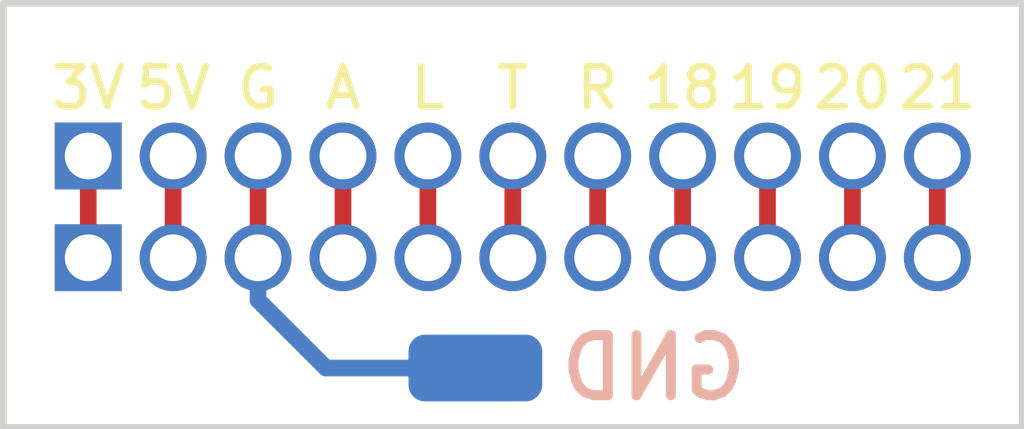
<source format=kicad_pcb>
(kicad_pcb (version 20240928)
	(generator "gerbview")
	(generator_version "9.0")

	(layers 
		(0 F.Cu signal)
		(2 B.Cu signal)
		(1 F.Mask user)
		(3 B.Mask user)
		(5 F.SilkS user)
		(7 B.SilkS user)
		(9 F.Adhes user)
		(11 B.Adhes user)
		(13 F.Paste user)
		(15 B.Paste user)
		(17 Dwgs.User user)
		(19 Cmts.User user)
		(21 Eco1.User user)
		(23 Eco2.User user)
		(25 Edge.Cuts user)
		(27 Margin user)
		(29 B.CrtYd user)
		(31 F.CrtYd user)
		(33 B.Fab user)
		(35 F.Fab user)
	)

	(gr_line
		(start 129.54 97.79) (end 144.78 97.79) (layer Edge.Cuts)
		(stroke (width 0.1) (type solid))
	)
	(gr_line
		(start 144.78 91.44) (end 129.54 91.44) (layer Edge.Cuts)
		(stroke (width 0.1) (type solid))
	)
	(gr_line
		(start 144.78 97.79) (end 144.78 91.44) (layer Edge.Cuts)
		(stroke (width 0.1) (type solid))
	)
	(gr_line
		(start 129.54 91.44) (end 129.54 97.79) (layer Edge.Cuts)
		(stroke (width 0.1) (type solid))
	)
	(gr_line
		(start 138.61571 92.98143) (end 138.41571 92.69571) (layer F.SilkS)
		(stroke (width 0.1) (type solid))
	)
	(gr_line
		(start 138.27286 92.98143) (end 138.27286 92.38143) (layer F.SilkS)
		(stroke (width 0.1) (type solid))
	)
	(gr_line
		(start 138.27286 92.38143) (end 138.50143 92.38143) (layer F.SilkS)
		(stroke (width 0.1) (type solid))
	)
	(gr_line
		(start 138.50143 92.38143) (end 138.55857 92.41) (layer F.SilkS)
		(stroke (width 0.1) (type solid))
	)
	(gr_line
		(start 138.55857 92.41) (end 138.58714 92.43857) (layer F.SilkS)
		(stroke (width 0.1) (type solid))
	)
	(gr_line
		(start 138.58714 92.43857) (end 138.61571 92.49571) (layer F.SilkS)
		(stroke (width 0.1) (type solid))
	)
	(gr_line
		(start 138.61571 92.49571) (end 138.61571 92.58143) (layer F.SilkS)
		(stroke (width 0.1) (type solid))
	)
	(gr_line
		(start 138.61571 92.58143) (end 138.58714 92.63857) (layer F.SilkS)
		(stroke (width 0.1) (type solid))
	)
	(gr_line
		(start 138.58714 92.63857) (end 138.55857 92.66714) (layer F.SilkS)
		(stroke (width 0.1) (type solid))
	)
	(gr_line
		(start 138.55857 92.66714) (end 138.50143 92.69571) (layer F.SilkS)
		(stroke (width 0.1) (type solid))
	)
	(gr_line
		(start 138.50143 92.69571) (end 138.27286 92.69571) (layer F.SilkS)
		(stroke (width 0.1) (type solid))
	)
	(gr_line
		(start 130.35286 92.38143) (end 130.72429 92.38143) (layer F.SilkS)
		(stroke (width 0.1) (type solid))
	)
	(gr_line
		(start 130.72429 92.38143) (end 130.52429 92.61) (layer F.SilkS)
		(stroke (width 0.1) (type solid))
	)
	(gr_line
		(start 130.52429 92.61) (end 130.61 92.61) (layer F.SilkS)
		(stroke (width 0.1) (type solid))
	)
	(gr_line
		(start 130.61 92.61) (end 130.66714 92.63857) (layer F.SilkS)
		(stroke (width 0.1) (type solid))
	)
	(gr_line
		(start 130.66714 92.63857) (end 130.69571 92.66714) (layer F.SilkS)
		(stroke (width 0.1) (type solid))
	)
	(gr_line
		(start 130.69571 92.66714) (end 130.72429 92.72429) (layer F.SilkS)
		(stroke (width 0.1) (type solid))
	)
	(gr_line
		(start 130.72429 92.72429) (end 130.72429 92.86714) (layer F.SilkS)
		(stroke (width 0.1) (type solid))
	)
	(gr_line
		(start 130.72429 92.86714) (end 130.69571 92.92429) (layer F.SilkS)
		(stroke (width 0.1) (type solid))
	)
	(gr_line
		(start 130.69571 92.92429) (end 130.66714 92.95286) (layer F.SilkS)
		(stroke (width 0.1) (type solid))
	)
	(gr_line
		(start 130.66714 92.95286) (end 130.61 92.98143) (layer F.SilkS)
		(stroke (width 0.1) (type solid))
	)
	(gr_line
		(start 130.61 92.98143) (end 130.43857 92.98143) (layer F.SilkS)
		(stroke (width 0.1) (type solid))
	)
	(gr_line
		(start 130.43857 92.98143) (end 130.38143 92.95286) (layer F.SilkS)
		(stroke (width 0.1) (type solid))
	)
	(gr_line
		(start 130.38143 92.95286) (end 130.35286 92.92429) (layer F.SilkS)
		(stroke (width 0.1) (type solid))
	)
	(gr_line
		(start 130.89571 92.38143) (end 131.09571 92.98143) (layer F.SilkS)
		(stroke (width 0.1) (type solid))
	)
	(gr_line
		(start 131.09571 92.98143) (end 131.29571 92.38143) (layer F.SilkS)
		(stroke (width 0.1) (type solid))
	)
	(gr_line
		(start 139.58571 92.98143) (end 139.24286 92.98143) (layer F.SilkS)
		(stroke (width 0.1) (type solid))
	)
	(gr_line
		(start 139.41429 92.98143) (end 139.41429 92.38143) (layer F.SilkS)
		(stroke (width 0.1) (type solid))
	)
	(gr_line
		(start 139.41429 92.38143) (end 139.35714 92.46714) (layer F.SilkS)
		(stroke (width 0.1) (type solid))
	)
	(gr_line
		(start 139.35714 92.46714) (end 139.3 92.52429) (layer F.SilkS)
		(stroke (width 0.1) (type solid))
	)
	(gr_line
		(start 139.3 92.52429) (end 139.24286 92.55286) (layer F.SilkS)
		(stroke (width 0.1) (type solid))
	)
	(gr_line
		(start 139.92857 92.63857) (end 139.87143 92.61) (layer F.SilkS)
		(stroke (width 0.1) (type solid))
	)
	(gr_line
		(start 139.87143 92.61) (end 139.84286 92.58143) (layer F.SilkS)
		(stroke (width 0.1) (type solid))
	)
	(gr_line
		(start 139.84286 92.58143) (end 139.81429 92.52429) (layer F.SilkS)
		(stroke (width 0.1) (type solid))
	)
	(gr_line
		(start 139.81429 92.52429) (end 139.81429 92.49571) (layer F.SilkS)
		(stroke (width 0.1) (type solid))
	)
	(gr_line
		(start 139.81429 92.49571) (end 139.84286 92.43857) (layer F.SilkS)
		(stroke (width 0.1) (type solid))
	)
	(gr_line
		(start 139.84286 92.43857) (end 139.87143 92.41) (layer F.SilkS)
		(stroke (width 0.1) (type solid))
	)
	(gr_line
		(start 139.87143 92.41) (end 139.92857 92.38143) (layer F.SilkS)
		(stroke (width 0.1) (type solid))
	)
	(gr_line
		(start 139.92857 92.38143) (end 140.04286 92.38143) (layer F.SilkS)
		(stroke (width 0.1) (type solid))
	)
	(gr_line
		(start 140.04286 92.38143) (end 140.1 92.41) (layer F.SilkS)
		(stroke (width 0.1) (type solid))
	)
	(gr_line
		(start 140.1 92.41) (end 140.12857 92.43857) (layer F.SilkS)
		(stroke (width 0.1) (type solid))
	)
	(gr_line
		(start 140.12857 92.43857) (end 140.15714 92.49571) (layer F.SilkS)
		(stroke (width 0.1) (type solid))
	)
	(gr_line
		(start 140.15714 92.49571) (end 140.15714 92.52429) (layer F.SilkS)
		(stroke (width 0.1) (type solid))
	)
	(gr_line
		(start 140.15714 92.52429) (end 140.12857 92.58143) (layer F.SilkS)
		(stroke (width 0.1) (type solid))
	)
	(gr_line
		(start 140.12857 92.58143) (end 140.1 92.61) (layer F.SilkS)
		(stroke (width 0.1) (type solid))
	)
	(gr_line
		(start 140.1 92.61) (end 140.04286 92.63857) (layer F.SilkS)
		(stroke (width 0.1) (type solid))
	)
	(gr_line
		(start 140.04286 92.63857) (end 139.92857 92.63857) (layer F.SilkS)
		(stroke (width 0.1) (type solid))
	)
	(gr_line
		(start 139.92857 92.63857) (end 139.87143 92.66714) (layer F.SilkS)
		(stroke (width 0.1) (type solid))
	)
	(gr_line
		(start 139.87143 92.66714) (end 139.84286 92.69571) (layer F.SilkS)
		(stroke (width 0.1) (type solid))
	)
	(gr_line
		(start 139.84286 92.69571) (end 139.81429 92.75286) (layer F.SilkS)
		(stroke (width 0.1) (type solid))
	)
	(gr_line
		(start 139.81429 92.75286) (end 139.81429 92.86714) (layer F.SilkS)
		(stroke (width 0.1) (type solid))
	)
	(gr_line
		(start 139.81429 92.86714) (end 139.84286 92.92429) (layer F.SilkS)
		(stroke (width 0.1) (type solid))
	)
	(gr_line
		(start 139.84286 92.92429) (end 139.87143 92.95286) (layer F.SilkS)
		(stroke (width 0.1) (type solid))
	)
	(gr_line
		(start 139.87143 92.95286) (end 139.92857 92.98143) (layer F.SilkS)
		(stroke (width 0.1) (type solid))
	)
	(gr_line
		(start 139.92857 92.98143) (end 140.04286 92.98143) (layer F.SilkS)
		(stroke (width 0.1) (type solid))
	)
	(gr_line
		(start 140.04286 92.98143) (end 140.1 92.95286) (layer F.SilkS)
		(stroke (width 0.1) (type solid))
	)
	(gr_line
		(start 140.1 92.95286) (end 140.12857 92.92429) (layer F.SilkS)
		(stroke (width 0.1) (type solid))
	)
	(gr_line
		(start 140.12857 92.92429) (end 140.15714 92.86714) (layer F.SilkS)
		(stroke (width 0.1) (type solid))
	)
	(gr_line
		(start 140.15714 92.86714) (end 140.15714 92.75286) (layer F.SilkS)
		(stroke (width 0.1) (type solid))
	)
	(gr_line
		(start 140.15714 92.75286) (end 140.12857 92.69571) (layer F.SilkS)
		(stroke (width 0.1) (type solid))
	)
	(gr_line
		(start 140.12857 92.69571) (end 140.1 92.66714) (layer F.SilkS)
		(stroke (width 0.1) (type solid))
	)
	(gr_line
		(start 140.1 92.66714) (end 140.04286 92.63857) (layer F.SilkS)
		(stroke (width 0.1) (type solid))
	)
	(gr_line
		(start 136.07571 92.98143) (end 135.79 92.98143) (layer F.SilkS)
		(stroke (width 0.1) (type solid))
	)
	(gr_line
		(start 135.79 92.98143) (end 135.79 92.38143) (layer F.SilkS)
		(stroke (width 0.1) (type solid))
	)
	(gr_line
		(start 131.96571 92.38143) (end 131.68 92.38143) (layer F.SilkS)
		(stroke (width 0.1) (type solid))
	)
	(gr_line
		(start 131.68 92.38143) (end 131.65143 92.66714) (layer F.SilkS)
		(stroke (width 0.1) (type solid))
	)
	(gr_line
		(start 131.65143 92.66714) (end 131.68 92.63857) (layer F.SilkS)
		(stroke (width 0.1) (type solid))
	)
	(gr_line
		(start 131.68 92.63857) (end 131.73714 92.61) (layer F.SilkS)
		(stroke (width 0.1) (type solid))
	)
	(gr_line
		(start 131.73714 92.61) (end 131.88 92.61) (layer F.SilkS)
		(stroke (width 0.1) (type solid))
	)
	(gr_line
		(start 131.88 92.61) (end 131.93714 92.63857) (layer F.SilkS)
		(stroke (width 0.1) (type solid))
	)
	(gr_line
		(start 131.93714 92.63857) (end 131.96571 92.66714) (layer F.SilkS)
		(stroke (width 0.1) (type solid))
	)
	(gr_line
		(start 131.96571 92.66714) (end 131.99429 92.72429) (layer F.SilkS)
		(stroke (width 0.1) (type solid))
	)
	(gr_line
		(start 131.99429 92.72429) (end 131.99429 92.86714) (layer F.SilkS)
		(stroke (width 0.1) (type solid))
	)
	(gr_line
		(start 131.99429 92.86714) (end 131.96571 92.92429) (layer F.SilkS)
		(stroke (width 0.1) (type solid))
	)
	(gr_line
		(start 131.96571 92.92429) (end 131.93714 92.95286) (layer F.SilkS)
		(stroke (width 0.1) (type solid))
	)
	(gr_line
		(start 131.93714 92.95286) (end 131.88 92.98143) (layer F.SilkS)
		(stroke (width 0.1) (type solid))
	)
	(gr_line
		(start 131.88 92.98143) (end 131.73714 92.98143) (layer F.SilkS)
		(stroke (width 0.1) (type solid))
	)
	(gr_line
		(start 131.73714 92.98143) (end 131.68 92.95286) (layer F.SilkS)
		(stroke (width 0.1) (type solid))
	)
	(gr_line
		(start 131.68 92.95286) (end 131.65143 92.92429) (layer F.SilkS)
		(stroke (width 0.1) (type solid))
	)
	(gr_line
		(start 132.16571 92.38143) (end 132.36571 92.98143) (layer F.SilkS)
		(stroke (width 0.1) (type solid))
	)
	(gr_line
		(start 132.36571 92.98143) (end 132.56571 92.38143) (layer F.SilkS)
		(stroke (width 0.1) (type solid))
	)
	(gr_line
		(start 136.98857 92.38143) (end 137.33143 92.38143) (layer F.SilkS)
		(stroke (width 0.1) (type solid))
	)
	(gr_line
		(start 137.16 92.98143) (end 137.16 92.38143) (layer F.SilkS)
		(stroke (width 0.1) (type solid))
	)
	(gr_line
		(start 133.50714 92.41) (end 133.45 92.38143) (layer F.SilkS)
		(stroke (width 0.1) (type solid))
	)
	(gr_line
		(start 133.45 92.38143) (end 133.36429 92.38143) (layer F.SilkS)
		(stroke (width 0.1) (type solid))
	)
	(gr_line
		(start 133.36429 92.38143) (end 133.27857 92.41) (layer F.SilkS)
		(stroke (width 0.1) (type solid))
	)
	(gr_line
		(start 133.27857 92.41) (end 133.22143 92.46714) (layer F.SilkS)
		(stroke (width 0.1) (type solid))
	)
	(gr_line
		(start 133.22143 92.46714) (end 133.19286 92.52429) (layer F.SilkS)
		(stroke (width 0.1) (type solid))
	)
	(gr_line
		(start 133.19286 92.52429) (end 133.16429 92.63857) (layer F.SilkS)
		(stroke (width 0.1) (type solid))
	)
	(gr_line
		(start 133.16429 92.63857) (end 133.16429 92.72429) (layer F.SilkS)
		(stroke (width 0.1) (type solid))
	)
	(gr_line
		(start 133.16429 92.72429) (end 133.19286 92.83857) (layer F.SilkS)
		(stroke (width 0.1) (type solid))
	)
	(gr_line
		(start 133.19286 92.83857) (end 133.22143 92.89571) (layer F.SilkS)
		(stroke (width 0.1) (type solid))
	)
	(gr_line
		(start 133.22143 92.89571) (end 133.27857 92.95286) (layer F.SilkS)
		(stroke (width 0.1) (type solid))
	)
	(gr_line
		(start 133.27857 92.95286) (end 133.36429 92.98143) (layer F.SilkS)
		(stroke (width 0.1) (type solid))
	)
	(gr_line
		(start 133.36429 92.98143) (end 133.42143 92.98143) (layer F.SilkS)
		(stroke (width 0.1) (type solid))
	)
	(gr_line
		(start 133.42143 92.98143) (end 133.50714 92.95286) (layer F.SilkS)
		(stroke (width 0.1) (type solid))
	)
	(gr_line
		(start 133.50714 92.95286) (end 133.53571 92.92429) (layer F.SilkS)
		(stroke (width 0.1) (type solid))
	)
	(gr_line
		(start 133.53571 92.92429) (end 133.53571 92.72429) (layer F.SilkS)
		(stroke (width 0.1) (type solid))
	)
	(gr_line
		(start 133.53571 92.72429) (end 133.42143 92.72429) (layer F.SilkS)
		(stroke (width 0.1) (type solid))
	)
	(gr_line
		(start 143.05286 92.43857) (end 143.08143 92.41) (layer F.SilkS)
		(stroke (width 0.1) (type solid))
	)
	(gr_line
		(start 143.08143 92.41) (end 143.13857 92.38143) (layer F.SilkS)
		(stroke (width 0.1) (type solid))
	)
	(gr_line
		(start 143.13857 92.38143) (end 143.28143 92.38143) (layer F.SilkS)
		(stroke (width 0.1) (type solid))
	)
	(gr_line
		(start 143.28143 92.38143) (end 143.33857 92.41) (layer F.SilkS)
		(stroke (width 0.1) (type solid))
	)
	(gr_line
		(start 143.33857 92.41) (end 143.36714 92.43857) (layer F.SilkS)
		(stroke (width 0.1) (type solid))
	)
	(gr_line
		(start 143.36714 92.43857) (end 143.39571 92.49571) (layer F.SilkS)
		(stroke (width 0.1) (type solid))
	)
	(gr_line
		(start 143.39571 92.49571) (end 143.39571 92.55286) (layer F.SilkS)
		(stroke (width 0.1) (type solid))
	)
	(gr_line
		(start 143.39571 92.55286) (end 143.36714 92.63857) (layer F.SilkS)
		(stroke (width 0.1) (type solid))
	)
	(gr_line
		(start 143.36714 92.63857) (end 143.02429 92.98143) (layer F.SilkS)
		(stroke (width 0.1) (type solid))
	)
	(gr_line
		(start 143.02429 92.98143) (end 143.39571 92.98143) (layer F.SilkS)
		(stroke (width 0.1) (type solid))
	)
	(gr_line
		(start 143.96714 92.98143) (end 143.62429 92.98143) (layer F.SilkS)
		(stroke (width 0.1) (type solid))
	)
	(gr_line
		(start 143.79571 92.98143) (end 143.79571 92.38143) (layer F.SilkS)
		(stroke (width 0.1) (type solid))
	)
	(gr_line
		(start 143.79571 92.38143) (end 143.73857 92.46714) (layer F.SilkS)
		(stroke (width 0.1) (type solid))
	)
	(gr_line
		(start 143.73857 92.46714) (end 143.68143 92.52429) (layer F.SilkS)
		(stroke (width 0.1) (type solid))
	)
	(gr_line
		(start 143.68143 92.52429) (end 143.62429 92.55286) (layer F.SilkS)
		(stroke (width 0.1) (type solid))
	)
	(gr_line
		(start 134.47714 92.81) (end 134.76286 92.81) (layer F.SilkS)
		(stroke (width 0.1) (type solid))
	)
	(gr_line
		(start 134.42 92.98143) (end 134.62 92.38143) (layer F.SilkS)
		(stroke (width 0.1) (type solid))
	)
	(gr_line
		(start 134.62 92.38143) (end 134.82 92.98143) (layer F.SilkS)
		(stroke (width 0.1) (type solid))
	)
	(gr_line
		(start 140.85571 92.98143) (end 140.51286 92.98143) (layer F.SilkS)
		(stroke (width 0.1) (type solid))
	)
	(gr_line
		(start 140.68429 92.98143) (end 140.68429 92.38143) (layer F.SilkS)
		(stroke (width 0.1) (type solid))
	)
	(gr_line
		(start 140.68429 92.38143) (end 140.62714 92.46714) (layer F.SilkS)
		(stroke (width 0.1) (type solid))
	)
	(gr_line
		(start 140.62714 92.46714) (end 140.57 92.52429) (layer F.SilkS)
		(stroke (width 0.1) (type solid))
	)
	(gr_line
		(start 140.57 92.52429) (end 140.51286 92.55286) (layer F.SilkS)
		(stroke (width 0.1) (type solid))
	)
	(gr_line
		(start 141.14143 92.98143) (end 141.25571 92.98143) (layer F.SilkS)
		(stroke (width 0.1) (type solid))
	)
	(gr_line
		(start 141.25571 92.98143) (end 141.31286 92.95286) (layer F.SilkS)
		(stroke (width 0.1) (type solid))
	)
	(gr_line
		(start 141.31286 92.95286) (end 141.34143 92.92429) (layer F.SilkS)
		(stroke (width 0.1) (type solid))
	)
	(gr_line
		(start 141.34143 92.92429) (end 141.39857 92.83857) (layer F.SilkS)
		(stroke (width 0.1) (type solid))
	)
	(gr_line
		(start 141.39857 92.83857) (end 141.42714 92.72429) (layer F.SilkS)
		(stroke (width 0.1) (type solid))
	)
	(gr_line
		(start 141.42714 92.72429) (end 141.42714 92.49571) (layer F.SilkS)
		(stroke (width 0.1) (type solid))
	)
	(gr_line
		(start 141.42714 92.49571) (end 141.39857 92.43857) (layer F.SilkS)
		(stroke (width 0.1) (type solid))
	)
	(gr_line
		(start 141.39857 92.43857) (end 141.37 92.41) (layer F.SilkS)
		(stroke (width 0.1) (type solid))
	)
	(gr_line
		(start 141.37 92.41) (end 141.31286 92.38143) (layer F.SilkS)
		(stroke (width 0.1) (type solid))
	)
	(gr_line
		(start 141.31286 92.38143) (end 141.19857 92.38143) (layer F.SilkS)
		(stroke (width 0.1) (type solid))
	)
	(gr_line
		(start 141.19857 92.38143) (end 141.14143 92.41) (layer F.SilkS)
		(stroke (width 0.1) (type solid))
	)
	(gr_line
		(start 141.14143 92.41) (end 141.11286 92.43857) (layer F.SilkS)
		(stroke (width 0.1) (type solid))
	)
	(gr_line
		(start 141.11286 92.43857) (end 141.08429 92.49571) (layer F.SilkS)
		(stroke (width 0.1) (type solid))
	)
	(gr_line
		(start 141.08429 92.49571) (end 141.08429 92.63857) (layer F.SilkS)
		(stroke (width 0.1) (type solid))
	)
	(gr_line
		(start 141.08429 92.63857) (end 141.11286 92.69571) (layer F.SilkS)
		(stroke (width 0.1) (type solid))
	)
	(gr_line
		(start 141.11286 92.69571) (end 141.14143 92.72429) (layer F.SilkS)
		(stroke (width 0.1) (type solid))
	)
	(gr_line
		(start 141.14143 92.72429) (end 141.19857 92.75286) (layer F.SilkS)
		(stroke (width 0.1) (type solid))
	)
	(gr_line
		(start 141.19857 92.75286) (end 141.31286 92.75286) (layer F.SilkS)
		(stroke (width 0.1) (type solid))
	)
	(gr_line
		(start 141.31286 92.75286) (end 141.37 92.72429) (layer F.SilkS)
		(stroke (width 0.1) (type solid))
	)
	(gr_line
		(start 141.37 92.72429) (end 141.39857 92.69571) (layer F.SilkS)
		(stroke (width 0.1) (type solid))
	)
	(gr_line
		(start 141.39857 92.69571) (end 141.42714 92.63857) (layer F.SilkS)
		(stroke (width 0.1) (type solid))
	)
	(gr_line
		(start 141.78286 92.43857) (end 141.81143 92.41) (layer F.SilkS)
		(stroke (width 0.1) (type solid))
	)
	(gr_line
		(start 141.81143 92.41) (end 141.86857 92.38143) (layer F.SilkS)
		(stroke (width 0.1) (type solid))
	)
	(gr_line
		(start 141.86857 92.38143) (end 142.01143 92.38143) (layer F.SilkS)
		(stroke (width 0.1) (type solid))
	)
	(gr_line
		(start 142.01143 92.38143) (end 142.06857 92.41) (layer F.SilkS)
		(stroke (width 0.1) (type solid))
	)
	(gr_line
		(start 142.06857 92.41) (end 142.09714 92.43857) (layer F.SilkS)
		(stroke (width 0.1) (type solid))
	)
	(gr_line
		(start 142.09714 92.43857) (end 142.12571 92.49571) (layer F.SilkS)
		(stroke (width 0.1) (type solid))
	)
	(gr_line
		(start 142.12571 92.49571) (end 142.12571 92.55286) (layer F.SilkS)
		(stroke (width 0.1) (type solid))
	)
	(gr_line
		(start 142.12571 92.55286) (end 142.09714 92.63857) (layer F.SilkS)
		(stroke (width 0.1) (type solid))
	)
	(gr_line
		(start 142.09714 92.63857) (end 141.75429 92.98143) (layer F.SilkS)
		(stroke (width 0.1) (type solid))
	)
	(gr_line
		(start 141.75429 92.98143) (end 142.12571 92.98143) (layer F.SilkS)
		(stroke (width 0.1) (type solid))
	)
	(gr_line
		(start 142.49714 92.38143) (end 142.55429 92.38143) (layer F.SilkS)
		(stroke (width 0.1) (type solid))
	)
	(gr_line
		(start 142.55429 92.38143) (end 142.61143 92.41) (layer F.SilkS)
		(stroke (width 0.1) (type solid))
	)
	(gr_line
		(start 142.61143 92.41) (end 142.64 92.43857) (layer F.SilkS)
		(stroke (width 0.1) (type solid))
	)
	(gr_line
		(start 142.64 92.43857) (end 142.66857 92.49571) (layer F.SilkS)
		(stroke (width 0.1) (type solid))
	)
	(gr_line
		(start 142.66857 92.49571) (end 142.69714 92.61) (layer F.SilkS)
		(stroke (width 0.1) (type solid))
	)
	(gr_line
		(start 142.69714 92.61) (end 142.69714 92.75286) (layer F.SilkS)
		(stroke (width 0.1) (type solid))
	)
	(gr_line
		(start 142.69714 92.75286) (end 142.66857 92.86714) (layer F.SilkS)
		(stroke (width 0.1) (type solid))
	)
	(gr_line
		(start 142.66857 92.86714) (end 142.64 92.92429) (layer F.SilkS)
		(stroke (width 0.1) (type solid))
	)
	(gr_line
		(start 142.64 92.92429) (end 142.61143 92.95286) (layer F.SilkS)
		(stroke (width 0.1) (type solid))
	)
	(gr_line
		(start 142.61143 92.95286) (end 142.55429 92.98143) (layer F.SilkS)
		(stroke (width 0.1) (type solid))
	)
	(gr_line
		(start 142.55429 92.98143) (end 142.49714 92.98143) (layer F.SilkS)
		(stroke (width 0.1) (type solid))
	)
	(gr_line
		(start 142.49714 92.98143) (end 142.44 92.95286) (layer F.SilkS)
		(stroke (width 0.1) (type solid))
	)
	(gr_line
		(start 142.44 92.95286) (end 142.41143 92.92429) (layer F.SilkS)
		(stroke (width 0.1) (type solid))
	)
	(gr_line
		(start 142.41143 92.92429) (end 142.38286 92.86714) (layer F.SilkS)
		(stroke (width 0.1) (type solid))
	)
	(gr_line
		(start 142.38286 92.86714) (end 142.35429 92.75286) (layer F.SilkS)
		(stroke (width 0.1) (type solid))
	)
	(gr_line
		(start 142.35429 92.75286) (end 142.35429 92.61) (layer F.SilkS)
		(stroke (width 0.1) (type solid))
	)
	(gr_line
		(start 142.35429 92.61) (end 142.38286 92.49571) (layer F.SilkS)
		(stroke (width 0.1) (type solid))
	)
	(gr_line
		(start 142.38286 92.49571) (end 142.41143 92.43857) (layer F.SilkS)
		(stroke (width 0.1) (type solid))
	)
	(gr_line
		(start 142.41143 92.43857) (end 142.44 92.41) (layer F.SilkS)
		(stroke (width 0.1) (type solid))
	)
	(gr_line
		(start 142.44 92.41) (end 142.49714 92.38143) (layer F.SilkS)
		(stroke (width 0.1) (type solid))
	)
	(gr_poly
		(pts
			 (xy 143.55901 93.22841) (xy 143.60755 93.23561) (xy 143.65514 93.24753)
			 (xy 143.70134 93.26406) (xy 143.7457 93.28504) (xy 143.78779 93.31027) (xy 143.8272 93.33949)
			 (xy 143.86355 93.37245) (xy 143.89651 93.4088) (xy 143.92573 93.44821) (xy 143.95096 93.4903)
			 (xy 143.97194 93.53466) (xy 143.98847 93.58086) (xy 144.00039 93.62845) (xy 144.00759 93.67699)
			 (xy 144.01 93.726) (xy 144.00759 93.77501) (xy 144.00039 93.82355) (xy 143.98847 93.87114)
			 (xy 143.97194 93.91734) (xy 143.95096 93.9617) (xy 143.92573 94.00379) (xy 143.89651 94.0432)
			 (xy 143.86355 94.07955) (xy 143.8272 94.11251) (xy 143.78779 94.14173) (xy 143.7457 94.16696)
			 (xy 143.70134 94.18794) (xy 143.65514 94.20447) (xy 143.60755 94.21639) (xy 143.55901 94.22359)
			 (xy 143.51 94.226) (xy 143.46099 94.22359) (xy 143.41245 94.21639) (xy 143.36486 94.20447)
			 (xy 143.31866 94.18794) (xy 143.2743 94.16696) (xy 143.23221 94.14173) (xy 143.1928 94.11251)
			 (xy 143.15645 94.07955) (xy 143.12349 94.0432) (xy 143.09427 94.00379) (xy 143.06904 93.9617)
			 (xy 143.04806 93.91734) (xy 143.03153 93.87114) (xy 143.01961 93.82355) (xy 143.01241 93.77501)
			 (xy 143.01 93.726) (xy 143.01241 93.67699) (xy 143.01961 93.62845) (xy 143.03153 93.58086)
			 (xy 143.04806 93.53466) (xy 143.06904 93.4903) (xy 143.09427 93.44821) (xy 143.12349 93.4088)
			 (xy 143.15645 93.37245) (xy 143.1928 93.33949) (xy 143.23221 93.31027) (xy 143.2743 93.28504)
			 (xy 143.31866 93.26406) (xy 143.36486 93.24753) (xy 143.41245 93.23561) (xy 143.46099 93.22841)
			 (xy 143.51 93.226))
		(stroke (width 0) (type solid))
		(fill yes) (layer F.Mask)
	)
	(gr_poly
		(pts
			 (xy 142.28901 93.22841) (xy 142.33755 93.23561) (xy 142.38514 93.24753)
			 (xy 142.43134 93.26406) (xy 142.4757 93.28504) (xy 142.51779 93.31027) (xy 142.5572 93.33949)
			 (xy 142.59355 93.37245) (xy 142.62651 93.4088) (xy 142.65573 93.44821) (xy 142.68096 93.4903)
			 (xy 142.70194 93.53466) (xy 142.71847 93.58086) (xy 142.73039 93.62845) (xy 142.73759 93.67699)
			 (xy 142.74 93.726) (xy 142.73759 93.77501) (xy 142.73039 93.82355) (xy 142.71847 93.87114)
			 (xy 142.70194 93.91734) (xy 142.68096 93.9617) (xy 142.65573 94.00379) (xy 142.62651 94.0432)
			 (xy 142.59355 94.07955) (xy 142.5572 94.11251) (xy 142.51779 94.14173) (xy 142.4757 94.16696)
			 (xy 142.43134 94.18794) (xy 142.38514 94.20447) (xy 142.33755 94.21639) (xy 142.28901 94.22359)
			 (xy 142.24 94.226) (xy 142.19099 94.22359) (xy 142.14245 94.21639) (xy 142.09486 94.20447)
			 (xy 142.04866 94.18794) (xy 142.0043 94.16696) (xy 141.96221 94.14173) (xy 141.9228 94.11251)
			 (xy 141.88645 94.07955) (xy 141.85349 94.0432) (xy 141.82427 94.00379) (xy 141.79904 93.9617)
			 (xy 141.77806 93.91734) (xy 141.76153 93.87114) (xy 141.74961 93.82355) (xy 141.74241 93.77501)
			 (xy 141.74 93.726) (xy 141.74241 93.67699) (xy 141.74961 93.62845) (xy 141.76153 93.58086)
			 (xy 141.77806 93.53466) (xy 141.79904 93.4903) (xy 141.82427 93.44821) (xy 141.85349 93.4088)
			 (xy 141.88645 93.37245) (xy 141.9228 93.33949) (xy 141.96221 93.31027) (xy 142.0043 93.28504)
			 (xy 142.04866 93.26406) (xy 142.09486 93.24753) (xy 142.14245 93.23561) (xy 142.19099 93.22841)
			 (xy 142.24 93.226))
		(stroke (width 0) (type solid))
		(fill yes) (layer F.Mask)
	)
	(gr_poly
		(pts
			 (xy 141.01901 93.22841) (xy 141.06755 93.23561) (xy 141.11514 93.24753)
			 (xy 141.16134 93.26406) (xy 141.2057 93.28504) (xy 141.24779 93.31027) (xy 141.2872 93.33949)
			 (xy 141.32355 93.37245) (xy 141.35651 93.4088) (xy 141.38573 93.44821) (xy 141.41096 93.4903)
			 (xy 141.43194 93.53466) (xy 141.44847 93.58086) (xy 141.46039 93.62845) (xy 141.46759 93.67699)
			 (xy 141.47 93.726) (xy 141.46759 93.77501) (xy 141.46039 93.82355) (xy 141.44847 93.87114)
			 (xy 141.43194 93.91734) (xy 141.41096 93.9617) (xy 141.38573 94.00379) (xy 141.35651 94.0432)
			 (xy 141.32355 94.07955) (xy 141.2872 94.11251) (xy 141.24779 94.14173) (xy 141.2057 94.16696)
			 (xy 141.16134 94.18794) (xy 141.11514 94.20447) (xy 141.06755 94.21639) (xy 141.01901 94.22359)
			 (xy 140.97 94.226) (xy 140.92099 94.22359) (xy 140.87245 94.21639) (xy 140.82486 94.20447)
			 (xy 140.77866 94.18794) (xy 140.7343 94.16696) (xy 140.69221 94.14173) (xy 140.6528 94.11251)
			 (xy 140.61645 94.07955) (xy 140.58349 94.0432) (xy 140.55427 94.00379) (xy 140.52904 93.9617)
			 (xy 140.50806 93.91734) (xy 140.49153 93.87114) (xy 140.47961 93.82355) (xy 140.47241 93.77501)
			 (xy 140.47 93.726) (xy 140.47241 93.67699) (xy 140.47961 93.62845) (xy 140.49153 93.58086)
			 (xy 140.50806 93.53466) (xy 140.52904 93.4903) (xy 140.55427 93.44821) (xy 140.58349 93.4088)
			 (xy 140.61645 93.37245) (xy 140.6528 93.33949) (xy 140.69221 93.31027) (xy 140.7343 93.28504)
			 (xy 140.77866 93.26406) (xy 140.82486 93.24753) (xy 140.87245 93.23561) (xy 140.92099 93.22841)
			 (xy 140.97 93.226))
		(stroke (width 0) (type solid))
		(fill yes) (layer F.Mask)
	)
	(gr_poly
		(pts
			 (xy 139.74901 93.22841) (xy 139.79755 93.23561) (xy 139.84514 93.24753)
			 (xy 139.89134 93.26406) (xy 139.9357 93.28504) (xy 139.97779 93.31027) (xy 140.0172 93.33949)
			 (xy 140.05355 93.37245) (xy 140.08651 93.4088) (xy 140.11573 93.44821) (xy 140.14096 93.4903)
			 (xy 140.16194 93.53466) (xy 140.17847 93.58086) (xy 140.19039 93.62845) (xy 140.19759 93.67699)
			 (xy 140.2 93.726) (xy 140.19759 93.77501) (xy 140.19039 93.82355) (xy 140.17847 93.87114)
			 (xy 140.16194 93.91734) (xy 140.14096 93.9617) (xy 140.11573 94.00379) (xy 140.08651 94.0432)
			 (xy 140.05355 94.07955) (xy 140.0172 94.11251) (xy 139.97779 94.14173) (xy 139.9357 94.16696)
			 (xy 139.89134 94.18794) (xy 139.84514 94.20447) (xy 139.79755 94.21639) (xy 139.74901 94.22359)
			 (xy 139.7 94.226) (xy 139.65099 94.22359) (xy 139.60245 94.21639) (xy 139.55486 94.20447)
			 (xy 139.50866 94.18794) (xy 139.4643 94.16696) (xy 139.42221 94.14173) (xy 139.3828 94.11251)
			 (xy 139.34645 94.07955) (xy 139.31349 94.0432) (xy 139.28427 94.00379) (xy 139.25904 93.9617)
			 (xy 139.23806 93.91734) (xy 139.22153 93.87114) (xy 139.20961 93.82355) (xy 139.20241 93.77501)
			 (xy 139.2 93.726) (xy 139.20241 93.67699) (xy 139.20961 93.62845) (xy 139.22153 93.58086)
			 (xy 139.23806 93.53466) (xy 139.25904 93.4903) (xy 139.28427 93.44821) (xy 139.31349 93.4088)
			 (xy 139.34645 93.37245) (xy 139.3828 93.33949) (xy 139.42221 93.31027) (xy 139.4643 93.28504)
			 (xy 139.50866 93.26406) (xy 139.55486 93.24753) (xy 139.60245 93.23561) (xy 139.65099 93.22841)
			 (xy 139.7 93.226))
		(stroke (width 0) (type solid))
		(fill yes) (layer F.Mask)
	)
	(gr_poly
		(pts
			 (xy 138.47901 93.22841) (xy 138.52755 93.23561) (xy 138.57514 93.24753)
			 (xy 138.62134 93.26406) (xy 138.6657 93.28504) (xy 138.70779 93.31027) (xy 138.7472 93.33949)
			 (xy 138.78355 93.37245) (xy 138.81651 93.4088) (xy 138.84573 93.44821) (xy 138.87096 93.4903)
			 (xy 138.89194 93.53466) (xy 138.90847 93.58086) (xy 138.92039 93.62845) (xy 138.92759 93.67699)
			 (xy 138.93 93.726) (xy 138.92759 93.77501) (xy 138.92039 93.82355) (xy 138.90847 93.87114)
			 (xy 138.89194 93.91734) (xy 138.87096 93.9617) (xy 138.84573 94.00379) (xy 138.81651 94.0432)
			 (xy 138.78355 94.07955) (xy 138.7472 94.11251) (xy 138.70779 94.14173) (xy 138.6657 94.16696)
			 (xy 138.62134 94.18794) (xy 138.57514 94.20447) (xy 138.52755 94.21639) (xy 138.47901 94.22359)
			 (xy 138.43 94.226) (xy 138.38099 94.22359) (xy 138.33245 94.21639) (xy 138.28486 94.20447)
			 (xy 138.23866 94.18794) (xy 138.1943 94.16696) (xy 138.15221 94.14173) (xy 138.1128 94.11251)
			 (xy 138.07645 94.07955) (xy 138.04349 94.0432) (xy 138.01427 94.00379) (xy 137.98904 93.9617)
			 (xy 137.96806 93.91734) (xy 137.95153 93.87114) (xy 137.93961 93.82355) (xy 137.93241 93.77501)
			 (xy 137.93 93.726) (xy 137.93241 93.67699) (xy 137.93961 93.62845) (xy 137.95153 93.58086)
			 (xy 137.96806 93.53466) (xy 137.98904 93.4903) (xy 138.01427 93.44821) (xy 138.04349 93.4088)
			 (xy 138.07645 93.37245) (xy 138.1128 93.33949) (xy 138.15221 93.31027) (xy 138.1943 93.28504)
			 (xy 138.23866 93.26406) (xy 138.28486 93.24753) (xy 138.33245 93.23561) (xy 138.38099 93.22841)
			 (xy 138.43 93.226))
		(stroke (width 0) (type solid))
		(fill yes) (layer F.Mask)
	)
	(gr_poly
		(pts
			 (xy 137.20901 93.22841) (xy 137.25755 93.23561) (xy 137.30514 93.24753)
			 (xy 137.35134 93.26406) (xy 137.3957 93.28504) (xy 137.43779 93.31027) (xy 137.4772 93.33949)
			 (xy 137.51355 93.37245) (xy 137.54651 93.4088) (xy 137.57573 93.44821) (xy 137.60096 93.4903)
			 (xy 137.62194 93.53466) (xy 137.63847 93.58086) (xy 137.65039 93.62845) (xy 137.65759 93.67699)
			 (xy 137.66 93.726) (xy 137.65759 93.77501) (xy 137.65039 93.82355) (xy 137.63847 93.87114)
			 (xy 137.62194 93.91734) (xy 137.60096 93.9617) (xy 137.57573 94.00379) (xy 137.54651 94.0432)
			 (xy 137.51355 94.07955) (xy 137.4772 94.11251) (xy 137.43779 94.14173) (xy 137.3957 94.16696)
			 (xy 137.35134 94.18794) (xy 137.30514 94.20447) (xy 137.25755 94.21639) (xy 137.20901 94.22359)
			 (xy 137.16 94.226) (xy 137.11099 94.22359) (xy 137.06245 94.21639) (xy 137.01486 94.20447)
			 (xy 136.96866 94.18794) (xy 136.9243 94.16696) (xy 136.88221 94.14173) (xy 136.8428 94.11251)
			 (xy 136.80645 94.07955) (xy 136.77349 94.0432) (xy 136.74427 94.00379) (xy 136.71904 93.9617)
			 (xy 136.69806 93.91734) (xy 136.68153 93.87114) (xy 136.66961 93.82355) (xy 136.66241 93.77501)
			 (xy 136.66 93.726) (xy 136.66241 93.67699) (xy 136.66961 93.62845) (xy 136.68153 93.58086)
			 (xy 136.69806 93.53466) (xy 136.71904 93.4903) (xy 136.74427 93.44821) (xy 136.77349 93.4088)
			 (xy 136.80645 93.37245) (xy 136.8428 93.33949) (xy 136.88221 93.31027) (xy 136.9243 93.28504)
			 (xy 136.96866 93.26406) (xy 137.01486 93.24753) (xy 137.06245 93.23561) (xy 137.11099 93.22841)
			 (xy 137.16 93.226))
		(stroke (width 0) (type solid))
		(fill yes) (layer F.Mask)
	)
	(gr_poly
		(pts
			 (xy 135.93901 93.22841) (xy 135.98755 93.23561) (xy 136.03514 93.24753)
			 (xy 136.08134 93.26406) (xy 136.1257 93.28504) (xy 136.16779 93.31027) (xy 136.2072 93.33949)
			 (xy 136.24355 93.37245) (xy 136.27651 93.4088) (xy 136.30573 93.44821) (xy 136.33096 93.4903)
			 (xy 136.35194 93.53466) (xy 136.36847 93.58086) (xy 136.38039 93.62845) (xy 136.38759 93.67699)
			 (xy 136.39 93.726) (xy 136.38759 93.77501) (xy 136.38039 93.82355) (xy 136.36847 93.87114)
			 (xy 136.35194 93.91734) (xy 136.33096 93.9617) (xy 136.30573 94.00379) (xy 136.27651 94.0432)
			 (xy 136.24355 94.07955) (xy 136.2072 94.11251) (xy 136.16779 94.14173) (xy 136.1257 94.16696)
			 (xy 136.08134 94.18794) (xy 136.03514 94.20447) (xy 135.98755 94.21639) (xy 135.93901 94.22359)
			 (xy 135.89 94.226) (xy 135.84099 94.22359) (xy 135.79245 94.21639) (xy 135.74486 94.20447)
			 (xy 135.69866 94.18794) (xy 135.6543 94.16696) (xy 135.61221 94.14173) (xy 135.5728 94.11251)
			 (xy 135.53645 94.07955) (xy 135.50349 94.0432) (xy 135.47427 94.00379) (xy 135.44904 93.9617)
			 (xy 135.42806 93.91734) (xy 135.41153 93.87114) (xy 135.39961 93.82355) (xy 135.39241 93.77501)
			 (xy 135.39 93.726) (xy 135.39241 93.67699) (xy 135.39961 93.62845) (xy 135.41153 93.58086)
			 (xy 135.42806 93.53466) (xy 135.44904 93.4903) (xy 135.47427 93.44821) (xy 135.50349 93.4088)
			 (xy 135.53645 93.37245) (xy 135.5728 93.33949) (xy 135.61221 93.31027) (xy 135.6543 93.28504)
			 (xy 135.69866 93.26406) (xy 135.74486 93.24753) (xy 135.79245 93.23561) (xy 135.84099 93.22841)
			 (xy 135.89 93.226))
		(stroke (width 0) (type solid))
		(fill yes) (layer F.Mask)
	)
	(gr_poly
		(pts
			 (xy 134.66901 93.22841) (xy 134.71755 93.23561) (xy 134.76514 93.24753)
			 (xy 134.81134 93.26406) (xy 134.8557 93.28504) (xy 134.89779 93.31027) (xy 134.9372 93.33949)
			 (xy 134.97355 93.37245) (xy 135.00651 93.4088) (xy 135.03573 93.44821) (xy 135.06096 93.4903)
			 (xy 135.08194 93.53466) (xy 135.09847 93.58086) (xy 135.11039 93.62845) (xy 135.11759 93.67699)
			 (xy 135.12 93.726) (xy 135.11759 93.77501) (xy 135.11039 93.82355) (xy 135.09847 93.87114)
			 (xy 135.08194 93.91734) (xy 135.06096 93.9617) (xy 135.03573 94.00379) (xy 135.00651 94.0432)
			 (xy 134.97355 94.07955) (xy 134.9372 94.11251) (xy 134.89779 94.14173) (xy 134.8557 94.16696)
			 (xy 134.81134 94.18794) (xy 134.76514 94.20447) (xy 134.71755 94.21639) (xy 134.66901 94.22359)
			 (xy 134.62 94.226) (xy 134.57099 94.22359) (xy 134.52245 94.21639) (xy 134.47486 94.20447)
			 (xy 134.42866 94.18794) (xy 134.3843 94.16696) (xy 134.34221 94.14173) (xy 134.3028 94.11251)
			 (xy 134.26645 94.07955) (xy 134.23349 94.0432) (xy 134.20427 94.00379) (xy 134.17904 93.9617)
			 (xy 134.15806 93.91734) (xy 134.14153 93.87114) (xy 134.12961 93.82355) (xy 134.12241 93.77501)
			 (xy 134.12 93.726) (xy 134.12241 93.67699) (xy 134.12961 93.62845) (xy 134.14153 93.58086)
			 (xy 134.15806 93.53466) (xy 134.17904 93.4903) (xy 134.20427 93.44821) (xy 134.23349 93.4088)
			 (xy 134.26645 93.37245) (xy 134.3028 93.33949) (xy 134.34221 93.31027) (xy 134.3843 93.28504)
			 (xy 134.42866 93.26406) (xy 134.47486 93.24753) (xy 134.52245 93.23561) (xy 134.57099 93.22841)
			 (xy 134.62 93.226))
		(stroke (width 0) (type solid))
		(fill yes) (layer F.Mask)
	)
	(gr_poly
		(pts
			 (xy 133.39901 93.22841) (xy 133.44755 93.23561) (xy 133.49514 93.24753)
			 (xy 133.54134 93.26406) (xy 133.5857 93.28504) (xy 133.62779 93.31027) (xy 133.6672 93.33949)
			 (xy 133.70355 93.37245) (xy 133.73651 93.4088) (xy 133.76573 93.44821) (xy 133.79096 93.4903)
			 (xy 133.81194 93.53466) (xy 133.82847 93.58086) (xy 133.84039 93.62845) (xy 133.84759 93.67699)
			 (xy 133.85 93.726) (xy 133.84759 93.77501) (xy 133.84039 93.82355) (xy 133.82847 93.87114)
			 (xy 133.81194 93.91734) (xy 133.79096 93.9617) (xy 133.76573 94.00379) (xy 133.73651 94.0432)
			 (xy 133.70355 94.07955) (xy 133.6672 94.11251) (xy 133.62779 94.14173) (xy 133.5857 94.16696)
			 (xy 133.54134 94.18794) (xy 133.49514 94.20447) (xy 133.44755 94.21639) (xy 133.39901 94.22359)
			 (xy 133.35 94.226) (xy 133.30099 94.22359) (xy 133.25245 94.21639) (xy 133.20486 94.20447)
			 (xy 133.15866 94.18794) (xy 133.1143 94.16696) (xy 133.07221 94.14173) (xy 133.0328 94.11251)
			 (xy 132.99645 94.07955) (xy 132.96349 94.0432) (xy 132.93427 94.00379) (xy 132.90904 93.9617)
			 (xy 132.88806 93.91734) (xy 132.87153 93.87114) (xy 132.85961 93.82355) (xy 132.85241 93.77501)
			 (xy 132.85 93.726) (xy 132.85241 93.67699) (xy 132.85961 93.62845) (xy 132.87153 93.58086)
			 (xy 132.88806 93.53466) (xy 132.90904 93.4903) (xy 132.93427 93.44821) (xy 132.96349 93.4088)
			 (xy 132.99645 93.37245) (xy 133.0328 93.33949) (xy 133.07221 93.31027) (xy 133.1143 93.28504)
			 (xy 133.15866 93.26406) (xy 133.20486 93.24753) (xy 133.25245 93.23561) (xy 133.30099 93.22841)
			 (xy 133.35 93.226))
		(stroke (width 0) (type solid))
		(fill yes) (layer F.Mask)
	)
	(gr_poly
		(pts
			 (xy 132.12901 93.22841) (xy 132.17755 93.23561) (xy 132.22514 93.24753)
			 (xy 132.27134 93.26406) (xy 132.3157 93.28504) (xy 132.35779 93.31027) (xy 132.3972 93.33949)
			 (xy 132.43355 93.37245) (xy 132.46651 93.4088) (xy 132.49573 93.44821) (xy 132.52096 93.4903)
			 (xy 132.54194 93.53466) (xy 132.55847 93.58086) (xy 132.57039 93.62845) (xy 132.57759 93.67699)
			 (xy 132.58 93.726) (xy 132.57759 93.77501) (xy 132.57039 93.82355) (xy 132.55847 93.87114)
			 (xy 132.54194 93.91734) (xy 132.52096 93.9617) (xy 132.49573 94.00379) (xy 132.46651 94.0432)
			 (xy 132.43355 94.07955) (xy 132.3972 94.11251) (xy 132.35779 94.14173) (xy 132.3157 94.16696)
			 (xy 132.27134 94.18794) (xy 132.22514 94.20447) (xy 132.17755 94.21639) (xy 132.12901 94.22359)
			 (xy 132.08 94.226) (xy 132.03099 94.22359) (xy 131.98245 94.21639) (xy 131.93486 94.20447)
			 (xy 131.88866 94.18794) (xy 131.8443 94.16696) (xy 131.80221 94.14173) (xy 131.7628 94.11251)
			 (xy 131.72645 94.07955) (xy 131.69349 94.0432) (xy 131.66427 94.00379) (xy 131.63904 93.9617)
			 (xy 131.61806 93.91734) (xy 131.60153 93.87114) (xy 131.58961 93.82355) (xy 131.58241 93.77501)
			 (xy 131.58 93.726) (xy 131.58241 93.67699) (xy 131.58961 93.62845) (xy 131.60153 93.58086)
			 (xy 131.61806 93.53466) (xy 131.63904 93.4903) (xy 131.66427 93.44821) (xy 131.69349 93.4088)
			 (xy 131.72645 93.37245) (xy 131.7628 93.33949) (xy 131.80221 93.31027) (xy 131.8443 93.28504)
			 (xy 131.88866 93.26406) (xy 131.93486 93.24753) (xy 131.98245 93.23561) (xy 132.03099 93.22841)
			 (xy 132.08 93.226))
		(stroke (width 0) (type solid))
		(fill yes) (layer F.Mask)
	)
	(gr_poly
		(pts
			 (xy 131.31 94.226) (xy 130.31 94.226) (xy 130.31 93.226)
			 (xy 131.31 93.226))
		(stroke (width 0) (type solid))
		(fill yes) (layer F.Mask)
	)
	(gr_poly
		(pts
			 (xy 131.31 95.75) (xy 130.31 95.75) (xy 130.31 94.75)
			 (xy 131.31 94.75))
		(stroke (width 0) (type solid))
		(fill yes) (layer F.Mask)
	)
	(gr_poly
		(pts
			 (xy 132.12901 94.75241) (xy 132.17755 94.75961) (xy 132.22514 94.77153)
			 (xy 132.27134 94.78806) (xy 132.3157 94.80904) (xy 132.35779 94.83427) (xy 132.3972 94.86349)
			 (xy 132.43355 94.89645) (xy 132.46651 94.9328) (xy 132.49573 94.97221) (xy 132.52096 95.0143)
			 (xy 132.54194 95.05866) (xy 132.55847 95.10486) (xy 132.57039 95.15245) (xy 132.57759 95.20099)
			 (xy 132.58 95.25) (xy 132.57759 95.29901) (xy 132.57039 95.34755) (xy 132.55847 95.39514)
			 (xy 132.54194 95.44134) (xy 132.52096 95.4857) (xy 132.49573 95.52779) (xy 132.46651 95.5672)
			 (xy 132.43355 95.60355) (xy 132.3972 95.63651) (xy 132.35779 95.66573) (xy 132.3157 95.69096)
			 (xy 132.27134 95.71194) (xy 132.22514 95.72847) (xy 132.17755 95.74039) (xy 132.12901 95.74759)
			 (xy 132.08 95.75) (xy 132.03099 95.74759) (xy 131.98245 95.74039) (xy 131.93486 95.72847)
			 (xy 131.88866 95.71194) (xy 131.8443 95.69096) (xy 131.80221 95.66573) (xy 131.7628 95.63651)
			 (xy 131.72645 95.60355) (xy 131.69349 95.5672) (xy 131.66427 95.52779) (xy 131.63904 95.4857)
			 (xy 131.61806 95.44134) (xy 131.60153 95.39514) (xy 131.58961 95.34755) (xy 131.58241 95.29901)
			 (xy 131.58 95.25) (xy 131.58241 95.20099) (xy 131.58961 95.15245) (xy 131.60153 95.10486)
			 (xy 131.61806 95.05866) (xy 131.63904 95.0143) (xy 131.66427 94.97221) (xy 131.69349 94.9328)
			 (xy 131.72645 94.89645) (xy 131.7628 94.86349) (xy 131.80221 94.83427) (xy 131.8443 94.80904)
			 (xy 131.88866 94.78806) (xy 131.93486 94.77153) (xy 131.98245 94.75961) (xy 132.03099 94.75241)
			 (xy 132.08 94.75))
		(stroke (width 0) (type solid))
		(fill yes) (layer F.Mask)
	)
	(gr_poly
		(pts
			 (xy 133.39901 94.75241) (xy 133.44755 94.75961) (xy 133.49514 94.77153)
			 (xy 133.54134 94.78806) (xy 133.5857 94.80904) (xy 133.62779 94.83427) (xy 133.6672 94.86349)
			 (xy 133.70355 94.89645) (xy 133.73651 94.9328) (xy 133.76573 94.97221) (xy 133.79096 95.0143)
			 (xy 133.81194 95.05866) (xy 133.82847 95.10486) (xy 133.84039 95.15245) (xy 133.84759 95.20099)
			 (xy 133.85 95.25) (xy 133.84759 95.29901) (xy 133.84039 95.34755) (xy 133.82847 95.39514)
			 (xy 133.81194 95.44134) (xy 133.79096 95.4857) (xy 133.76573 95.52779) (xy 133.73651 95.5672)
			 (xy 133.70355 95.60355) (xy 133.6672 95.63651) (xy 133.62779 95.66573) (xy 133.5857 95.69096)
			 (xy 133.54134 95.71194) (xy 133.49514 95.72847) (xy 133.44755 95.74039) (xy 133.39901 95.74759)
			 (xy 133.35 95.75) (xy 133.30099 95.74759) (xy 133.25245 95.74039) (xy 133.20486 95.72847)
			 (xy 133.15866 95.71194) (xy 133.1143 95.69096) (xy 133.07221 95.66573) (xy 133.0328 95.63651)
			 (xy 132.99645 95.60355) (xy 132.96349 95.5672) (xy 132.93427 95.52779) (xy 132.90904 95.4857)
			 (xy 132.88806 95.44134) (xy 132.87153 95.39514) (xy 132.85961 95.34755) (xy 132.85241 95.29901)
			 (xy 132.85 95.25) (xy 132.85241 95.20099) (xy 132.85961 95.15245) (xy 132.87153 95.10486)
			 (xy 132.88806 95.05866) (xy 132.90904 95.0143) (xy 132.93427 94.97221) (xy 132.96349 94.9328)
			 (xy 132.99645 94.89645) (xy 133.0328 94.86349) (xy 133.07221 94.83427) (xy 133.1143 94.80904)
			 (xy 133.15866 94.78806) (xy 133.20486 94.77153) (xy 133.25245 94.75961) (xy 133.30099 94.75241)
			 (xy 133.35 94.75))
		(stroke (width 0) (type solid))
		(fill yes) (layer F.Mask)
	)
	(gr_poly
		(pts
			 (xy 134.66901 94.75241) (xy 134.71755 94.75961) (xy 134.76514 94.77153)
			 (xy 134.81134 94.78806) (xy 134.8557 94.80904) (xy 134.89779 94.83427) (xy 134.9372 94.86349)
			 (xy 134.97355 94.89645) (xy 135.00651 94.9328) (xy 135.03573 94.97221) (xy 135.06096 95.0143)
			 (xy 135.08194 95.05866) (xy 135.09847 95.10486) (xy 135.11039 95.15245) (xy 135.11759 95.20099)
			 (xy 135.12 95.25) (xy 135.11759 95.29901) (xy 135.11039 95.34755) (xy 135.09847 95.39514)
			 (xy 135.08194 95.44134) (xy 135.06096 95.4857) (xy 135.03573 95.52779) (xy 135.00651 95.5672)
			 (xy 134.97355 95.60355) (xy 134.9372 95.63651) (xy 134.89779 95.66573) (xy 134.8557 95.69096)
			 (xy 134.81134 95.71194) (xy 134.76514 95.72847) (xy 134.71755 95.74039) (xy 134.66901 95.74759)
			 (xy 134.62 95.75) (xy 134.57099 95.74759) (xy 134.52245 95.74039) (xy 134.47486 95.72847)
			 (xy 134.42866 95.71194) (xy 134.3843 95.69096) (xy 134.34221 95.66573) (xy 134.3028 95.63651)
			 (xy 134.26645 95.60355) (xy 134.23349 95.5672) (xy 134.20427 95.52779) (xy 134.17904 95.4857)
			 (xy 134.15806 95.44134) (xy 134.14153 95.39514) (xy 134.12961 95.34755) (xy 134.12241 95.29901)
			 (xy 134.12 95.25) (xy 134.12241 95.20099) (xy 134.12961 95.15245) (xy 134.14153 95.10486)
			 (xy 134.15806 95.05866) (xy 134.17904 95.0143) (xy 134.20427 94.97221) (xy 134.23349 94.9328)
			 (xy 134.26645 94.89645) (xy 134.3028 94.86349) (xy 134.34221 94.83427) (xy 134.3843 94.80904)
			 (xy 134.42866 94.78806) (xy 134.47486 94.77153) (xy 134.52245 94.75961) (xy 134.57099 94.75241)
			 (xy 134.62 94.75))
		(stroke (width 0) (type solid))
		(fill yes) (layer F.Mask)
	)
	(gr_poly
		(pts
			 (xy 135.93901 94.75241) (xy 135.98755 94.75961) (xy 136.03514 94.77153)
			 (xy 136.08134 94.78806) (xy 136.1257 94.80904) (xy 136.16779 94.83427) (xy 136.2072 94.86349)
			 (xy 136.24355 94.89645) (xy 136.27651 94.9328) (xy 136.30573 94.97221) (xy 136.33096 95.0143)
			 (xy 136.35194 95.05866) (xy 136.36847 95.10486) (xy 136.38039 95.15245) (xy 136.38759 95.20099)
			 (xy 136.39 95.25) (xy 136.38759 95.29901) (xy 136.38039 95.34755) (xy 136.36847 95.39514)
			 (xy 136.35194 95.44134) (xy 136.33096 95.4857) (xy 136.30573 95.52779) (xy 136.27651 95.5672)
			 (xy 136.24355 95.60355) (xy 136.2072 95.63651) (xy 136.16779 95.66573) (xy 136.1257 95.69096)
			 (xy 136.08134 95.71194) (xy 136.03514 95.72847) (xy 135.98755 95.74039) (xy 135.93901 95.74759)
			 (xy 135.89 95.75) (xy 135.84099 95.74759) (xy 135.79245 95.74039) (xy 135.74486 95.72847)
			 (xy 135.69866 95.71194) (xy 135.6543 95.69096) (xy 135.61221 95.66573) (xy 135.5728 95.63651)
			 (xy 135.53645 95.60355) (xy 135.50349 95.5672) (xy 135.47427 95.52779) (xy 135.44904 95.4857)
			 (xy 135.42806 95.44134) (xy 135.41153 95.39514) (xy 135.39961 95.34755) (xy 135.39241 95.29901)
			 (xy 135.39 95.25) (xy 135.39241 95.20099) (xy 135.39961 95.15245) (xy 135.41153 95.10486)
			 (xy 135.42806 95.05866) (xy 135.44904 95.0143) (xy 135.47427 94.97221) (xy 135.50349 94.9328)
			 (xy 135.53645 94.89645) (xy 135.5728 94.86349) (xy 135.61221 94.83427) (xy 135.6543 94.80904)
			 (xy 135.69866 94.78806) (xy 135.74486 94.77153) (xy 135.79245 94.75961) (xy 135.84099 94.75241)
			 (xy 135.89 94.75))
		(stroke (width 0) (type solid))
		(fill yes) (layer F.Mask)
	)
	(gr_poly
		(pts
			 (xy 137.20901 94.75241) (xy 137.25755 94.75961) (xy 137.30514 94.77153)
			 (xy 137.35134 94.78806) (xy 137.3957 94.80904) (xy 137.43779 94.83427) (xy 137.4772 94.86349)
			 (xy 137.51355 94.89645) (xy 137.54651 94.9328) (xy 137.57573 94.97221) (xy 137.60096 95.0143)
			 (xy 137.62194 95.05866) (xy 137.63847 95.10486) (xy 137.65039 95.15245) (xy 137.65759 95.20099)
			 (xy 137.66 95.25) (xy 137.65759 95.29901) (xy 137.65039 95.34755) (xy 137.63847 95.39514)
			 (xy 137.62194 95.44134) (xy 137.60096 95.4857) (xy 137.57573 95.52779) (xy 137.54651 95.5672)
			 (xy 137.51355 95.60355) (xy 137.4772 95.63651) (xy 137.43779 95.66573) (xy 137.3957 95.69096)
			 (xy 137.35134 95.71194) (xy 137.30514 95.72847) (xy 137.25755 95.74039) (xy 137.20901 95.74759)
			 (xy 137.16 95.75) (xy 137.11099 95.74759) (xy 137.06245 95.74039) (xy 137.01486 95.72847)
			 (xy 136.96866 95.71194) (xy 136.9243 95.69096) (xy 136.88221 95.66573) (xy 136.8428 95.63651)
			 (xy 136.80645 95.60355) (xy 136.77349 95.5672) (xy 136.74427 95.52779) (xy 136.71904 95.4857)
			 (xy 136.69806 95.44134) (xy 136.68153 95.39514) (xy 136.66961 95.34755) (xy 136.66241 95.29901)
			 (xy 136.66 95.25) (xy 136.66241 95.20099) (xy 136.66961 95.15245) (xy 136.68153 95.10486)
			 (xy 136.69806 95.05866) (xy 136.71904 95.0143) (xy 136.74427 94.97221) (xy 136.77349 94.9328)
			 (xy 136.80645 94.89645) (xy 136.8428 94.86349) (xy 136.88221 94.83427) (xy 136.9243 94.80904)
			 (xy 136.96866 94.78806) (xy 137.01486 94.77153) (xy 137.06245 94.75961) (xy 137.11099 94.75241)
			 (xy 137.16 94.75))
		(stroke (width 0) (type solid))
		(fill yes) (layer F.Mask)
	)
	(gr_poly
		(pts
			 (xy 138.47901 94.75241) (xy 138.52755 94.75961) (xy 138.57514 94.77153)
			 (xy 138.62134 94.78806) (xy 138.6657 94.80904) (xy 138.70779 94.83427) (xy 138.7472 94.86349)
			 (xy 138.78355 94.89645) (xy 138.81651 94.9328) (xy 138.84573 94.97221) (xy 138.87096 95.0143)
			 (xy 138.89194 95.05866) (xy 138.90847 95.10486) (xy 138.92039 95.15245) (xy 138.92759 95.20099)
			 (xy 138.93 95.25) (xy 138.92759 95.29901) (xy 138.92039 95.34755) (xy 138.90847 95.39514)
			 (xy 138.89194 95.44134) (xy 138.87096 95.4857) (xy 138.84573 95.52779) (xy 138.81651 95.5672)
			 (xy 138.78355 95.60355) (xy 138.7472 95.63651) (xy 138.70779 95.66573) (xy 138.6657 95.69096)
			 (xy 138.62134 95.71194) (xy 138.57514 95.72847) (xy 138.52755 95.74039) (xy 138.47901 95.74759)
			 (xy 138.43 95.75) (xy 138.38099 95.74759) (xy 138.33245 95.74039) (xy 138.28486 95.72847)
			 (xy 138.23866 95.71194) (xy 138.1943 95.69096) (xy 138.15221 95.66573) (xy 138.1128 95.63651)
			 (xy 138.07645 95.60355) (xy 138.04349 95.5672) (xy 138.01427 95.52779) (xy 137.98904 95.4857)
			 (xy 137.96806 95.44134) (xy 137.95153 95.39514) (xy 137.93961 95.34755) (xy 137.93241 95.29901)
			 (xy 137.93 95.25) (xy 137.93241 95.20099) (xy 137.93961 95.15245) (xy 137.95153 95.10486)
			 (xy 137.96806 95.05866) (xy 137.98904 95.0143) (xy 138.01427 94.97221) (xy 138.04349 94.9328)
			 (xy 138.07645 94.89645) (xy 138.1128 94.86349) (xy 138.15221 94.83427) (xy 138.1943 94.80904)
			 (xy 138.23866 94.78806) (xy 138.28486 94.77153) (xy 138.33245 94.75961) (xy 138.38099 94.75241)
			 (xy 138.43 94.75))
		(stroke (width 0) (type solid))
		(fill yes) (layer F.Mask)
	)
	(gr_poly
		(pts
			 (xy 139.74901 94.75241) (xy 139.79755 94.75961) (xy 139.84514 94.77153)
			 (xy 139.89134 94.78806) (xy 139.9357 94.80904) (xy 139.97779 94.83427) (xy 140.0172 94.86349)
			 (xy 140.05355 94.89645) (xy 140.08651 94.9328) (xy 140.11573 94.97221) (xy 140.14096 95.0143)
			 (xy 140.16194 95.05866) (xy 140.17847 95.10486) (xy 140.19039 95.15245) (xy 140.19759 95.20099)
			 (xy 140.2 95.25) (xy 140.19759 95.29901) (xy 140.19039 95.34755) (xy 140.17847 95.39514)
			 (xy 140.16194 95.44134) (xy 140.14096 95.4857) (xy 140.11573 95.52779) (xy 140.08651 95.5672)
			 (xy 140.05355 95.60355) (xy 140.0172 95.63651) (xy 139.97779 95.66573) (xy 139.9357 95.69096)
			 (xy 139.89134 95.71194) (xy 139.84514 95.72847) (xy 139.79755 95.74039) (xy 139.74901 95.74759)
			 (xy 139.7 95.75) (xy 139.65099 95.74759) (xy 139.60245 95.74039) (xy 139.55486 95.72847)
			 (xy 139.50866 95.71194) (xy 139.4643 95.69096) (xy 139.42221 95.66573) (xy 139.3828 95.63651)
			 (xy 139.34645 95.60355) (xy 139.31349 95.5672) (xy 139.28427 95.52779) (xy 139.25904 95.4857)
			 (xy 139.23806 95.44134) (xy 139.22153 95.39514) (xy 139.20961 95.34755) (xy 139.20241 95.29901)
			 (xy 139.2 95.25) (xy 139.20241 95.20099) (xy 139.20961 95.15245) (xy 139.22153 95.10486)
			 (xy 139.23806 95.05866) (xy 139.25904 95.0143) (xy 139.28427 94.97221) (xy 139.31349 94.9328)
			 (xy 139.34645 94.89645) (xy 139.3828 94.86349) (xy 139.42221 94.83427) (xy 139.4643 94.80904)
			 (xy 139.50866 94.78806) (xy 139.55486 94.77153) (xy 139.60245 94.75961) (xy 139.65099 94.75241)
			 (xy 139.7 94.75))
		(stroke (width 0) (type solid))
		(fill yes) (layer F.Mask)
	)
	(gr_poly
		(pts
			 (xy 141.01901 94.75241) (xy 141.06755 94.75961) (xy 141.11514 94.77153)
			 (xy 141.16134 94.78806) (xy 141.2057 94.80904) (xy 141.24779 94.83427) (xy 141.2872 94.86349)
			 (xy 141.32355 94.89645) (xy 141.35651 94.9328) (xy 141.38573 94.97221) (xy 141.41096 95.0143)
			 (xy 141.43194 95.05866) (xy 141.44847 95.10486) (xy 141.46039 95.15245) (xy 141.46759 95.20099)
			 (xy 141.47 95.25) (xy 141.46759 95.29901) (xy 141.46039 95.34755) (xy 141.44847 95.39514)
			 (xy 141.43194 95.44134) (xy 141.41096 95.4857) (xy 141.38573 95.52779) (xy 141.35651 95.5672)
			 (xy 141.32355 95.60355) (xy 141.2872 95.63651) (xy 141.24779 95.66573) (xy 141.2057 95.69096)
			 (xy 141.16134 95.71194) (xy 141.11514 95.72847) (xy 141.06755 95.74039) (xy 141.01901 95.74759)
			 (xy 140.97 95.75) (xy 140.92099 95.74759) (xy 140.87245 95.74039) (xy 140.82486 95.72847)
			 (xy 140.77866 95.71194) (xy 140.7343 95.69096) (xy 140.69221 95.66573) (xy 140.6528 95.63651)
			 (xy 140.61645 95.60355) (xy 140.58349 95.5672) (xy 140.55427 95.52779) (xy 140.52904 95.4857)
			 (xy 140.50806 95.44134) (xy 140.49153 95.39514) (xy 140.47961 95.34755) (xy 140.47241 95.29901)
			 (xy 140.47 95.25) (xy 140.47241 95.20099) (xy 140.47961 95.15245) (xy 140.49153 95.10486)
			 (xy 140.50806 95.05866) (xy 140.52904 95.0143) (xy 140.55427 94.97221) (xy 140.58349 94.9328)
			 (xy 140.61645 94.89645) (xy 140.6528 94.86349) (xy 140.69221 94.83427) (xy 140.7343 94.80904)
			 (xy 140.77866 94.78806) (xy 140.82486 94.77153) (xy 140.87245 94.75961) (xy 140.92099 94.75241)
			 (xy 140.97 94.75))
		(stroke (width 0) (type solid))
		(fill yes) (layer F.Mask)
	)
	(gr_poly
		(pts
			 (xy 142.28901 94.75241) (xy 142.33755 94.75961) (xy 142.38514 94.77153)
			 (xy 142.43134 94.78806) (xy 142.4757 94.80904) (xy 142.51779 94.83427) (xy 142.5572 94.86349)
			 (xy 142.59355 94.89645) (xy 142.62651 94.9328) (xy 142.65573 94.97221) (xy 142.68096 95.0143)
			 (xy 142.70194 95.05866) (xy 142.71847 95.10486) (xy 142.73039 95.15245) (xy 142.73759 95.20099)
			 (xy 142.74 95.25) (xy 142.73759 95.29901) (xy 142.73039 95.34755) (xy 142.71847 95.39514)
			 (xy 142.70194 95.44134) (xy 142.68096 95.4857) (xy 142.65573 95.52779) (xy 142.62651 95.5672)
			 (xy 142.59355 95.60355) (xy 142.5572 95.63651) (xy 142.51779 95.66573) (xy 142.4757 95.69096)
			 (xy 142.43134 95.71194) (xy 142.38514 95.72847) (xy 142.33755 95.74039) (xy 142.28901 95.74759)
			 (xy 142.24 95.75) (xy 142.19099 95.74759) (xy 142.14245 95.74039) (xy 142.09486 95.72847)
			 (xy 142.04866 95.71194) (xy 142.0043 95.69096) (xy 141.96221 95.66573) (xy 141.9228 95.63651)
			 (xy 141.88645 95.60355) (xy 141.85349 95.5672) (xy 141.82427 95.52779) (xy 141.79904 95.4857)
			 (xy 141.77806 95.44134) (xy 141.76153 95.39514) (xy 141.74961 95.34755) (xy 141.74241 95.29901)
			 (xy 141.74 95.25) (xy 141.74241 95.20099) (xy 141.74961 95.15245) (xy 141.76153 95.10486)
			 (xy 141.77806 95.05866) (xy 141.79904 95.0143) (xy 141.82427 94.97221) (xy 141.85349 94.9328)
			 (xy 141.88645 94.89645) (xy 141.9228 94.86349) (xy 141.96221 94.83427) (xy 142.0043 94.80904)
			 (xy 142.04866 94.78806) (xy 142.09486 94.77153) (xy 142.14245 94.75961) (xy 142.19099 94.75241)
			 (xy 142.24 94.75))
		(stroke (width 0) (type solid))
		(fill yes) (layer F.Mask)
	)
	(gr_poly
		(pts
			 (xy 143.55901 94.75241) (xy 143.60755 94.75961) (xy 143.65514 94.77153)
			 (xy 143.70134 94.78806) (xy 143.7457 94.80904) (xy 143.78779 94.83427) (xy 143.8272 94.86349)
			 (xy 143.86355 94.89645) (xy 143.89651 94.9328) (xy 143.92573 94.97221) (xy 143.95096 95.0143)
			 (xy 143.97194 95.05866) (xy 143.98847 95.10486) (xy 144.00039 95.15245) (xy 144.00759 95.20099)
			 (xy 144.01 95.25) (xy 144.00759 95.29901) (xy 144.00039 95.34755) (xy 143.98847 95.39514)
			 (xy 143.97194 95.44134) (xy 143.95096 95.4857) (xy 143.92573 95.52779) (xy 143.89651 95.5672)
			 (xy 143.86355 95.60355) (xy 143.8272 95.63651) (xy 143.78779 95.66573) (xy 143.7457 95.69096)
			 (xy 143.70134 95.71194) (xy 143.65514 95.72847) (xy 143.60755 95.74039) (xy 143.55901 95.74759)
			 (xy 143.51 95.75) (xy 143.46099 95.74759) (xy 143.41245 95.74039) (xy 143.36486 95.72847)
			 (xy 143.31866 95.71194) (xy 143.2743 95.69096) (xy 143.23221 95.66573) (xy 143.1928 95.63651)
			 (xy 143.15645 95.60355) (xy 143.12349 95.5672) (xy 143.09427 95.52779) (xy 143.06904 95.4857)
			 (xy 143.04806 95.44134) (xy 143.03153 95.39514) (xy 143.01961 95.34755) (xy 143.01241 95.29901)
			 (xy 143.01 95.25) (xy 143.01241 95.20099) (xy 143.01961 95.15245) (xy 143.03153 95.10486)
			 (xy 143.04806 95.05866) (xy 143.06904 95.0143) (xy 143.09427 94.97221) (xy 143.12349 94.9328)
			 (xy 143.15645 94.89645) (xy 143.1928 94.86349) (xy 143.23221 94.83427) (xy 143.2743 94.80904)
			 (xy 143.31866 94.78806) (xy 143.36486 94.77153) (xy 143.41245 94.75961) (xy 143.46099 94.75241)
			 (xy 143.51 94.75))
		(stroke (width 0) (type solid))
		(fill yes) (layer F.Mask)
	)
	(gr_poly
		(pts
			 (xy 137.3745 97.3998) (xy 137.39877 97.3962) (xy 137.42257 97.39024)
			 (xy 137.44567 97.38197) (xy 137.46785 97.37148) (xy 137.48889 97.35887) (xy 137.5086 97.34425)
			 (xy 137.52678 97.32778) (xy 137.54325 97.3096) (xy 137.55787 97.28989) (xy 137.57048 97.26885)
			 (xy 137.58097 97.24667) (xy 137.58924 97.22357) (xy 137.5952 97.19977) (xy 137.5988 97.1755)
			 (xy 137.6 97.151) (xy 137.6 96.651) (xy 137.5988 96.6265) (xy 137.5952 96.60223)
			 (xy 137.58924 96.57843) (xy 137.58097 96.55533) (xy 137.57048 96.53315) (xy 137.55787 96.51211)
			 (xy 137.54325 96.4924) (xy 137.52678 96.47422) (xy 137.5086 96.45775) (xy 137.48889 96.44313)
			 (xy 137.46785 96.43052) (xy 137.44567 96.42003) (xy 137.42257 96.41176) (xy 137.39877 96.4058)
			 (xy 137.3745 96.4022) (xy 137.35 96.401) (xy 135.85 96.401) (xy 135.8255 96.4022)
			 (xy 135.80123 96.4058) (xy 135.77743 96.41176) (xy 135.75433 96.42003) (xy 135.73215 96.43052)
			 (xy 135.71111 96.44313) (xy 135.6914 96.45775) (xy 135.67322 96.47422) (xy 135.65675 96.4924)
			 (xy 135.64213 96.51211) (xy 135.62952 96.53315) (xy 135.61903 96.55533) (xy 135.61076 96.57843)
			 (xy 135.6048 96.60223) (xy 135.6012 96.6265) (xy 135.6 96.651) (xy 135.6 97.151)
			 (xy 135.6012 97.1755) (xy 135.6048 97.19977) (xy 135.61076 97.22357) (xy 135.61903 97.24667)
			 (xy 135.62952 97.26885) (xy 135.64213 97.28989) (xy 135.65675 97.3096) (xy 135.67322 97.32778)
			 (xy 135.6914 97.34425) (xy 135.71111 97.35887) (xy 135.73215 97.37148) (xy 135.75433 97.38197)
			 (xy 135.77743 97.39024) (xy 135.80123 97.3962) (xy 135.8255 97.3998) (xy 135.85 97.401)
			 (xy 137.35 97.401))
		(stroke (width 0) (type solid))
		(fill yes) (layer B.Mask)
	)
	(gr_poly
		(pts
			 (xy 143.55901 93.22841) (xy 143.60755 93.23561) (xy 143.65514 93.24753)
			 (xy 143.70134 93.26406) (xy 143.7457 93.28504) (xy 143.78779 93.31027) (xy 143.8272 93.33949)
			 (xy 143.86355 93.37245) (xy 143.89651 93.4088) (xy 143.92573 93.44821) (xy 143.95096 93.4903)
			 (xy 143.97194 93.53466) (xy 143.98847 93.58086) (xy 144.00039 93.62845) (xy 144.00759 93.67699)
			 (xy 144.01 93.726) (xy 144.00759 93.77501) (xy 144.00039 93.82355) (xy 143.98847 93.87114)
			 (xy 143.97194 93.91734) (xy 143.95096 93.9617) (xy 143.92573 94.00379) (xy 143.89651 94.0432)
			 (xy 143.86355 94.07955) (xy 143.8272 94.11251) (xy 143.78779 94.14173) (xy 143.7457 94.16696)
			 (xy 143.70134 94.18794) (xy 143.65514 94.20447) (xy 143.60755 94.21639) (xy 143.55901 94.22359)
			 (xy 143.51 94.226) (xy 143.46099 94.22359) (xy 143.41245 94.21639) (xy 143.36486 94.20447)
			 (xy 143.31866 94.18794) (xy 143.2743 94.16696) (xy 143.23221 94.14173) (xy 143.1928 94.11251)
			 (xy 143.15645 94.07955) (xy 143.12349 94.0432) (xy 143.09427 94.00379) (xy 143.06904 93.9617)
			 (xy 143.04806 93.91734) (xy 143.03153 93.87114) (xy 143.01961 93.82355) (xy 143.01241 93.77501)
			 (xy 143.01 93.726) (xy 143.01241 93.67699) (xy 143.01961 93.62845) (xy 143.03153 93.58086)
			 (xy 143.04806 93.53466) (xy 143.06904 93.4903) (xy 143.09427 93.44821) (xy 143.12349 93.4088)
			 (xy 143.15645 93.37245) (xy 143.1928 93.33949) (xy 143.23221 93.31027) (xy 143.2743 93.28504)
			 (xy 143.31866 93.26406) (xy 143.36486 93.24753) (xy 143.41245 93.23561) (xy 143.46099 93.22841)
			 (xy 143.51 93.226))
		(stroke (width 0) (type solid))
		(fill yes) (layer B.Mask)
	)
	(gr_poly
		(pts
			 (xy 142.28901 93.22841) (xy 142.33755 93.23561) (xy 142.38514 93.24753)
			 (xy 142.43134 93.26406) (xy 142.4757 93.28504) (xy 142.51779 93.31027) (xy 142.5572 93.33949)
			 (xy 142.59355 93.37245) (xy 142.62651 93.4088) (xy 142.65573 93.44821) (xy 142.68096 93.4903)
			 (xy 142.70194 93.53466) (xy 142.71847 93.58086) (xy 142.73039 93.62845) (xy 142.73759 93.67699)
			 (xy 142.74 93.726) (xy 142.73759 93.77501) (xy 142.73039 93.82355) (xy 142.71847 93.87114)
			 (xy 142.70194 93.91734) (xy 142.68096 93.9617) (xy 142.65573 94.00379) (xy 142.62651 94.0432)
			 (xy 142.59355 94.07955) (xy 142.5572 94.11251) (xy 142.51779 94.14173) (xy 142.4757 94.16696)
			 (xy 142.43134 94.18794) (xy 142.38514 94.20447) (xy 142.33755 94.21639) (xy 142.28901 94.22359)
			 (xy 142.24 94.226) (xy 142.19099 94.22359) (xy 142.14245 94.21639) (xy 142.09486 94.20447)
			 (xy 142.04866 94.18794) (xy 142.0043 94.16696) (xy 141.96221 94.14173) (xy 141.9228 94.11251)
			 (xy 141.88645 94.07955) (xy 141.85349 94.0432) (xy 141.82427 94.00379) (xy 141.79904 93.9617)
			 (xy 141.77806 93.91734) (xy 141.76153 93.87114) (xy 141.74961 93.82355) (xy 141.74241 93.77501)
			 (xy 141.74 93.726) (xy 141.74241 93.67699) (xy 141.74961 93.62845) (xy 141.76153 93.58086)
			 (xy 141.77806 93.53466) (xy 141.79904 93.4903) (xy 141.82427 93.44821) (xy 141.85349 93.4088)
			 (xy 141.88645 93.37245) (xy 141.9228 93.33949) (xy 141.96221 93.31027) (xy 142.0043 93.28504)
			 (xy 142.04866 93.26406) (xy 142.09486 93.24753) (xy 142.14245 93.23561) (xy 142.19099 93.22841)
			 (xy 142.24 93.226))
		(stroke (width 0) (type solid))
		(fill yes) (layer B.Mask)
	)
	(gr_poly
		(pts
			 (xy 141.01901 93.22841) (xy 141.06755 93.23561) (xy 141.11514 93.24753)
			 (xy 141.16134 93.26406) (xy 141.2057 93.28504) (xy 141.24779 93.31027) (xy 141.2872 93.33949)
			 (xy 141.32355 93.37245) (xy 141.35651 93.4088) (xy 141.38573 93.44821) (xy 141.41096 93.4903)
			 (xy 141.43194 93.53466) (xy 141.44847 93.58086) (xy 141.46039 93.62845) (xy 141.46759 93.67699)
			 (xy 141.47 93.726) (xy 141.46759 93.77501) (xy 141.46039 93.82355) (xy 141.44847 93.87114)
			 (xy 141.43194 93.91734) (xy 141.41096 93.9617) (xy 141.38573 94.00379) (xy 141.35651 94.0432)
			 (xy 141.32355 94.07955) (xy 141.2872 94.11251) (xy 141.24779 94.14173) (xy 141.2057 94.16696)
			 (xy 141.16134 94.18794) (xy 141.11514 94.20447) (xy 141.06755 94.21639) (xy 141.01901 94.22359)
			 (xy 140.97 94.226) (xy 140.92099 94.22359) (xy 140.87245 94.21639) (xy 140.82486 94.20447)
			 (xy 140.77866 94.18794) (xy 140.7343 94.16696) (xy 140.69221 94.14173) (xy 140.6528 94.11251)
			 (xy 140.61645 94.07955) (xy 140.58349 94.0432) (xy 140.55427 94.00379) (xy 140.52904 93.9617)
			 (xy 140.50806 93.91734) (xy 140.49153 93.87114) (xy 140.47961 93.82355) (xy 140.47241 93.77501)
			 (xy 140.47 93.726) (xy 140.47241 93.67699) (xy 140.47961 93.62845) (xy 140.49153 93.58086)
			 (xy 140.50806 93.53466) (xy 140.52904 93.4903) (xy 140.55427 93.44821) (xy 140.58349 93.4088)
			 (xy 140.61645 93.37245) (xy 140.6528 93.33949) (xy 140.69221 93.31027) (xy 140.7343 93.28504)
			 (xy 140.77866 93.26406) (xy 140.82486 93.24753) (xy 140.87245 93.23561) (xy 140.92099 93.22841)
			 (xy 140.97 93.226))
		(stroke (width 0) (type solid))
		(fill yes) (layer B.Mask)
	)
	(gr_poly
		(pts
			 (xy 139.74901 93.22841) (xy 139.79755 93.23561) (xy 139.84514 93.24753)
			 (xy 139.89134 93.26406) (xy 139.9357 93.28504) (xy 139.97779 93.31027) (xy 140.0172 93.33949)
			 (xy 140.05355 93.37245) (xy 140.08651 93.4088) (xy 140.11573 93.44821) (xy 140.14096 93.4903)
			 (xy 140.16194 93.53466) (xy 140.17847 93.58086) (xy 140.19039 93.62845) (xy 140.19759 93.67699)
			 (xy 140.2 93.726) (xy 140.19759 93.77501) (xy 140.19039 93.82355) (xy 140.17847 93.87114)
			 (xy 140.16194 93.91734) (xy 140.14096 93.9617) (xy 140.11573 94.00379) (xy 140.08651 94.0432)
			 (xy 140.05355 94.07955) (xy 140.0172 94.11251) (xy 139.97779 94.14173) (xy 139.9357 94.16696)
			 (xy 139.89134 94.18794) (xy 139.84514 94.20447) (xy 139.79755 94.21639) (xy 139.74901 94.22359)
			 (xy 139.7 94.226) (xy 139.65099 94.22359) (xy 139.60245 94.21639) (xy 139.55486 94.20447)
			 (xy 139.50866 94.18794) (xy 139.4643 94.16696) (xy 139.42221 94.14173) (xy 139.3828 94.11251)
			 (xy 139.34645 94.07955) (xy 139.31349 94.0432) (xy 139.28427 94.00379) (xy 139.25904 93.9617)
			 (xy 139.23806 93.91734) (xy 139.22153 93.87114) (xy 139.20961 93.82355) (xy 139.20241 93.77501)
			 (xy 139.2 93.726) (xy 139.20241 93.67699) (xy 139.20961 93.62845) (xy 139.22153 93.58086)
			 (xy 139.23806 93.53466) (xy 139.25904 93.4903) (xy 139.28427 93.44821) (xy 139.31349 93.4088)
			 (xy 139.34645 93.37245) (xy 139.3828 93.33949) (xy 139.42221 93.31027) (xy 139.4643 93.28504)
			 (xy 139.50866 93.26406) (xy 139.55486 93.24753) (xy 139.60245 93.23561) (xy 139.65099 93.22841)
			 (xy 139.7 93.226))
		(stroke (width 0) (type solid))
		(fill yes) (layer B.Mask)
	)
	(gr_poly
		(pts
			 (xy 138.47901 93.22841) (xy 138.52755 93.23561) (xy 138.57514 93.24753)
			 (xy 138.62134 93.26406) (xy 138.6657 93.28504) (xy 138.70779 93.31027) (xy 138.7472 93.33949)
			 (xy 138.78355 93.37245) (xy 138.81651 93.4088) (xy 138.84573 93.44821) (xy 138.87096 93.4903)
			 (xy 138.89194 93.53466) (xy 138.90847 93.58086) (xy 138.92039 93.62845) (xy 138.92759 93.67699)
			 (xy 138.93 93.726) (xy 138.92759 93.77501) (xy 138.92039 93.82355) (xy 138.90847 93.87114)
			 (xy 138.89194 93.91734) (xy 138.87096 93.9617) (xy 138.84573 94.00379) (xy 138.81651 94.0432)
			 (xy 138.78355 94.07955) (xy 138.7472 94.11251) (xy 138.70779 94.14173) (xy 138.6657 94.16696)
			 (xy 138.62134 94.18794) (xy 138.57514 94.20447) (xy 138.52755 94.21639) (xy 138.47901 94.22359)
			 (xy 138.43 94.226) (xy 138.38099 94.22359) (xy 138.33245 94.21639) (xy 138.28486 94.20447)
			 (xy 138.23866 94.18794) (xy 138.1943 94.16696) (xy 138.15221 94.14173) (xy 138.1128 94.11251)
			 (xy 138.07645 94.07955) (xy 138.04349 94.0432) (xy 138.01427 94.00379) (xy 137.98904 93.9617)
			 (xy 137.96806 93.91734) (xy 137.95153 93.87114) (xy 137.93961 93.82355) (xy 137.93241 93.77501)
			 (xy 137.93 93.726) (xy 137.93241 93.67699) (xy 137.93961 93.62845) (xy 137.95153 93.58086)
			 (xy 137.96806 93.53466) (xy 137.98904 93.4903) (xy 138.01427 93.44821) (xy 138.04349 93.4088)
			 (xy 138.07645 93.37245) (xy 138.1128 93.33949) (xy 138.15221 93.31027) (xy 138.1943 93.28504)
			 (xy 138.23866 93.26406) (xy 138.28486 93.24753) (xy 138.33245 93.23561) (xy 138.38099 93.22841)
			 (xy 138.43 93.226))
		(stroke (width 0) (type solid))
		(fill yes) (layer B.Mask)
	)
	(gr_poly
		(pts
			 (xy 137.20901 93.22841) (xy 137.25755 93.23561) (xy 137.30514 93.24753)
			 (xy 137.35134 93.26406) (xy 137.3957 93.28504) (xy 137.43779 93.31027) (xy 137.4772 93.33949)
			 (xy 137.51355 93.37245) (xy 137.54651 93.4088) (xy 137.57573 93.44821) (xy 137.60096 93.4903)
			 (xy 137.62194 93.53466) (xy 137.63847 93.58086) (xy 137.65039 93.62845) (xy 137.65759 93.67699)
			 (xy 137.66 93.726) (xy 137.65759 93.77501) (xy 137.65039 93.82355) (xy 137.63847 93.87114)
			 (xy 137.62194 93.91734) (xy 137.60096 93.9617) (xy 137.57573 94.00379) (xy 137.54651 94.0432)
			 (xy 137.51355 94.07955) (xy 137.4772 94.11251) (xy 137.43779 94.14173) (xy 137.3957 94.16696)
			 (xy 137.35134 94.18794) (xy 137.30514 94.20447) (xy 137.25755 94.21639) (xy 137.20901 94.22359)
			 (xy 137.16 94.226) (xy 137.11099 94.22359) (xy 137.06245 94.21639) (xy 137.01486 94.20447)
			 (xy 136.96866 94.18794) (xy 136.9243 94.16696) (xy 136.88221 94.14173) (xy 136.8428 94.11251)
			 (xy 136.80645 94.07955) (xy 136.77349 94.0432) (xy 136.74427 94.00379) (xy 136.71904 93.9617)
			 (xy 136.69806 93.91734) (xy 136.68153 93.87114) (xy 136.66961 93.82355) (xy 136.66241 93.77501)
			 (xy 136.66 93.726) (xy 136.66241 93.67699) (xy 136.66961 93.62845) (xy 136.68153 93.58086)
			 (xy 136.69806 93.53466) (xy 136.71904 93.4903) (xy 136.74427 93.44821) (xy 136.77349 93.4088)
			 (xy 136.80645 93.37245) (xy 136.8428 93.33949) (xy 136.88221 93.31027) (xy 136.9243 93.28504)
			 (xy 136.96866 93.26406) (xy 137.01486 93.24753) (xy 137.06245 93.23561) (xy 137.11099 93.22841)
			 (xy 137.16 93.226))
		(stroke (width 0) (type solid))
		(fill yes) (layer B.Mask)
	)
	(gr_poly
		(pts
			 (xy 135.93901 93.22841) (xy 135.98755 93.23561) (xy 136.03514 93.24753)
			 (xy 136.08134 93.26406) (xy 136.1257 93.28504) (xy 136.16779 93.31027) (xy 136.2072 93.33949)
			 (xy 136.24355 93.37245) (xy 136.27651 93.4088) (xy 136.30573 93.44821) (xy 136.33096 93.4903)
			 (xy 136.35194 93.53466) (xy 136.36847 93.58086) (xy 136.38039 93.62845) (xy 136.38759 93.67699)
			 (xy 136.39 93.726) (xy 136.38759 93.77501) (xy 136.38039 93.82355) (xy 136.36847 93.87114)
			 (xy 136.35194 93.91734) (xy 136.33096 93.9617) (xy 136.30573 94.00379) (xy 136.27651 94.0432)
			 (xy 136.24355 94.07955) (xy 136.2072 94.11251) (xy 136.16779 94.14173) (xy 136.1257 94.16696)
			 (xy 136.08134 94.18794) (xy 136.03514 94.20447) (xy 135.98755 94.21639) (xy 135.93901 94.22359)
			 (xy 135.89 94.226) (xy 135.84099 94.22359) (xy 135.79245 94.21639) (xy 135.74486 94.20447)
			 (xy 135.69866 94.18794) (xy 135.6543 94.16696) (xy 135.61221 94.14173) (xy 135.5728 94.11251)
			 (xy 135.53645 94.07955) (xy 135.50349 94.0432) (xy 135.47427 94.00379) (xy 135.44904 93.9617)
			 (xy 135.42806 93.91734) (xy 135.41153 93.87114) (xy 135.39961 93.82355) (xy 135.39241 93.77501)
			 (xy 135.39 93.726) (xy 135.39241 93.67699) (xy 135.39961 93.62845) (xy 135.41153 93.58086)
			 (xy 135.42806 93.53466) (xy 135.44904 93.4903) (xy 135.47427 93.44821) (xy 135.50349 93.4088)
			 (xy 135.53645 93.37245) (xy 135.5728 93.33949) (xy 135.61221 93.31027) (xy 135.6543 93.28504)
			 (xy 135.69866 93.26406) (xy 135.74486 93.24753) (xy 135.79245 93.23561) (xy 135.84099 93.22841)
			 (xy 135.89 93.226))
		(stroke (width 0) (type solid))
		(fill yes) (layer B.Mask)
	)
	(gr_poly
		(pts
			 (xy 134.66901 93.22841) (xy 134.71755 93.23561) (xy 134.76514 93.24753)
			 (xy 134.81134 93.26406) (xy 134.8557 93.28504) (xy 134.89779 93.31027) (xy 134.9372 93.33949)
			 (xy 134.97355 93.37245) (xy 135.00651 93.4088) (xy 135.03573 93.44821) (xy 135.06096 93.4903)
			 (xy 135.08194 93.53466) (xy 135.09847 93.58086) (xy 135.11039 93.62845) (xy 135.11759 93.67699)
			 (xy 135.12 93.726) (xy 135.11759 93.77501) (xy 135.11039 93.82355) (xy 135.09847 93.87114)
			 (xy 135.08194 93.91734) (xy 135.06096 93.9617) (xy 135.03573 94.00379) (xy 135.00651 94.0432)
			 (xy 134.97355 94.07955) (xy 134.9372 94.11251) (xy 134.89779 94.14173) (xy 134.8557 94.16696)
			 (xy 134.81134 94.18794) (xy 134.76514 94.20447) (xy 134.71755 94.21639) (xy 134.66901 94.22359)
			 (xy 134.62 94.226) (xy 134.57099 94.22359) (xy 134.52245 94.21639) (xy 134.47486 94.20447)
			 (xy 134.42866 94.18794) (xy 134.3843 94.16696) (xy 134.34221 94.14173) (xy 134.3028 94.11251)
			 (xy 134.26645 94.07955) (xy 134.23349 94.0432) (xy 134.20427 94.00379) (xy 134.17904 93.9617)
			 (xy 134.15806 93.91734) (xy 134.14153 93.87114) (xy 134.12961 93.82355) (xy 134.12241 93.77501)
			 (xy 134.12 93.726) (xy 134.12241 93.67699) (xy 134.12961 93.62845) (xy 134.14153 93.58086)
			 (xy 134.15806 93.53466) (xy 134.17904 93.4903) (xy 134.20427 93.44821) (xy 134.23349 93.4088)
			 (xy 134.26645 93.37245) (xy 134.3028 93.33949) (xy 134.34221 93.31027) (xy 134.3843 93.28504)
			 (xy 134.42866 93.26406) (xy 134.47486 93.24753) (xy 134.52245 93.23561) (xy 134.57099 93.22841)
			 (xy 134.62 93.226))
		(stroke (width 0) (type solid))
		(fill yes) (layer B.Mask)
	)
	(gr_poly
		(pts
			 (xy 133.39901 93.22841) (xy 133.44755 93.23561) (xy 133.49514 93.24753)
			 (xy 133.54134 93.26406) (xy 133.5857 93.28504) (xy 133.62779 93.31027) (xy 133.6672 93.33949)
			 (xy 133.70355 93.37245) (xy 133.73651 93.4088) (xy 133.76573 93.44821) (xy 133.79096 93.4903)
			 (xy 133.81194 93.53466) (xy 133.82847 93.58086) (xy 133.84039 93.62845) (xy 133.84759 93.67699)
			 (xy 133.85 93.726) (xy 133.84759 93.77501) (xy 133.84039 93.82355) (xy 133.82847 93.87114)
			 (xy 133.81194 93.91734) (xy 133.79096 93.9617) (xy 133.76573 94.00379) (xy 133.73651 94.0432)
			 (xy 133.70355 94.07955) (xy 133.6672 94.11251) (xy 133.62779 94.14173) (xy 133.5857 94.16696)
			 (xy 133.54134 94.18794) (xy 133.49514 94.20447) (xy 133.44755 94.21639) (xy 133.39901 94.22359)
			 (xy 133.35 94.226) (xy 133.30099 94.22359) (xy 133.25245 94.21639) (xy 133.20486 94.20447)
			 (xy 133.15866 94.18794) (xy 133.1143 94.16696) (xy 133.07221 94.14173) (xy 133.0328 94.11251)
			 (xy 132.99645 94.07955) (xy 132.96349 94.0432) (xy 132.93427 94.00379) (xy 132.90904 93.9617)
			 (xy 132.88806 93.91734) (xy 132.87153 93.87114) (xy 132.85961 93.82355) (xy 132.85241 93.77501)
			 (xy 132.85 93.726) (xy 132.85241 93.67699) (xy 132.85961 93.62845) (xy 132.87153 93.58086)
			 (xy 132.88806 93.53466) (xy 132.90904 93.4903) (xy 132.93427 93.44821) (xy 132.96349 93.4088)
			 (xy 132.99645 93.37245) (xy 133.0328 93.33949) (xy 133.07221 93.31027) (xy 133.1143 93.28504)
			 (xy 133.15866 93.26406) (xy 133.20486 93.24753) (xy 133.25245 93.23561) (xy 133.30099 93.22841)
			 (xy 133.35 93.226))
		(stroke (width 0) (type solid))
		(fill yes) (layer B.Mask)
	)
	(gr_poly
		(pts
			 (xy 132.12901 93.22841) (xy 132.17755 93.23561) (xy 132.22514 93.24753)
			 (xy 132.27134 93.26406) (xy 132.3157 93.28504) (xy 132.35779 93.31027) (xy 132.3972 93.33949)
			 (xy 132.43355 93.37245) (xy 132.46651 93.4088) (xy 132.49573 93.44821) (xy 132.52096 93.4903)
			 (xy 132.54194 93.53466) (xy 132.55847 93.58086) (xy 132.57039 93.62845) (xy 132.57759 93.67699)
			 (xy 132.58 93.726) (xy 132.57759 93.77501) (xy 132.57039 93.82355) (xy 132.55847 93.87114)
			 (xy 132.54194 93.91734) (xy 132.52096 93.9617) (xy 132.49573 94.00379) (xy 132.46651 94.0432)
			 (xy 132.43355 94.07955) (xy 132.3972 94.11251) (xy 132.35779 94.14173) (xy 132.3157 94.16696)
			 (xy 132.27134 94.18794) (xy 132.22514 94.20447) (xy 132.17755 94.21639) (xy 132.12901 94.22359)
			 (xy 132.08 94.226) (xy 132.03099 94.22359) (xy 131.98245 94.21639) (xy 131.93486 94.20447)
			 (xy 131.88866 94.18794) (xy 131.8443 94.16696) (xy 131.80221 94.14173) (xy 131.7628 94.11251)
			 (xy 131.72645 94.07955) (xy 131.69349 94.0432) (xy 131.66427 94.00379) (xy 131.63904 93.9617)
			 (xy 131.61806 93.91734) (xy 131.60153 93.87114) (xy 131.58961 93.82355) (xy 131.58241 93.77501)
			 (xy 131.58 93.726) (xy 131.58241 93.67699) (xy 131.58961 93.62845) (xy 131.60153 93.58086)
			 (xy 131.61806 93.53466) (xy 131.63904 93.4903) (xy 131.66427 93.44821) (xy 131.69349 93.4088)
			 (xy 131.72645 93.37245) (xy 131.7628 93.33949) (xy 131.80221 93.31027) (xy 131.8443 93.28504)
			 (xy 131.88866 93.26406) (xy 131.93486 93.24753) (xy 131.98245 93.23561) (xy 132.03099 93.22841)
			 (xy 132.08 93.226))
		(stroke (width 0) (type solid))
		(fill yes) (layer B.Mask)
	)
	(gr_poly
		(pts
			 (xy 131.31 94.226) (xy 130.31 94.226) (xy 130.31 93.226)
			 (xy 131.31 93.226))
		(stroke (width 0) (type solid))
		(fill yes) (layer B.Mask)
	)
	(gr_poly
		(pts
			 (xy 131.31 95.75) (xy 130.31 95.75) (xy 130.31 94.75)
			 (xy 131.31 94.75))
		(stroke (width 0) (type solid))
		(fill yes) (layer B.Mask)
	)
	(gr_poly
		(pts
			 (xy 132.12901 94.75241) (xy 132.17755 94.75961) (xy 132.22514 94.77153)
			 (xy 132.27134 94.78806) (xy 132.3157 94.80904) (xy 132.35779 94.83427) (xy 132.3972 94.86349)
			 (xy 132.43355 94.89645) (xy 132.46651 94.9328) (xy 132.49573 94.97221) (xy 132.52096 95.0143)
			 (xy 132.54194 95.05866) (xy 132.55847 95.10486) (xy 132.57039 95.15245) (xy 132.57759 95.20099)
			 (xy 132.58 95.25) (xy 132.57759 95.29901) (xy 132.57039 95.34755) (xy 132.55847 95.39514)
			 (xy 132.54194 95.44134) (xy 132.52096 95.4857) (xy 132.49573 95.52779) (xy 132.46651 95.5672)
			 (xy 132.43355 95.60355) (xy 132.3972 95.63651) (xy 132.35779 95.66573) (xy 132.3157 95.69096)
			 (xy 132.27134 95.71194) (xy 132.22514 95.72847) (xy 132.17755 95.74039) (xy 132.12901 95.74759)
			 (xy 132.08 95.75) (xy 132.03099 95.74759) (xy 131.98245 95.74039) (xy 131.93486 95.72847)
			 (xy 131.88866 95.71194) (xy 131.8443 95.69096) (xy 131.80221 95.66573) (xy 131.7628 95.63651)
			 (xy 131.72645 95.60355) (xy 131.69349 95.5672) (xy 131.66427 95.52779) (xy 131.63904 95.4857)
			 (xy 131.61806 95.44134) (xy 131.60153 95.39514) (xy 131.58961 95.34755) (xy 131.58241 95.29901)
			 (xy 131.58 95.25) (xy 131.58241 95.20099) (xy 131.58961 95.15245) (xy 131.60153 95.10486)
			 (xy 131.61806 95.05866) (xy 131.63904 95.0143) (xy 131.66427 94.97221) (xy 131.69349 94.9328)
			 (xy 131.72645 94.89645) (xy 131.7628 94.86349) (xy 131.80221 94.83427) (xy 131.8443 94.80904)
			 (xy 131.88866 94.78806) (xy 131.93486 94.77153) (xy 131.98245 94.75961) (xy 132.03099 94.75241)
			 (xy 132.08 94.75))
		(stroke (width 0) (type solid))
		(fill yes) (layer B.Mask)
	)
	(gr_poly
		(pts
			 (xy 133.39901 94.75241) (xy 133.44755 94.75961) (xy 133.49514 94.77153)
			 (xy 133.54134 94.78806) (xy 133.5857 94.80904) (xy 133.62779 94.83427) (xy 133.6672 94.86349)
			 (xy 133.70355 94.89645) (xy 133.73651 94.9328) (xy 133.76573 94.97221) (xy 133.79096 95.0143)
			 (xy 133.81194 95.05866) (xy 133.82847 95.10486) (xy 133.84039 95.15245) (xy 133.84759 95.20099)
			 (xy 133.85 95.25) (xy 133.84759 95.29901) (xy 133.84039 95.34755) (xy 133.82847 95.39514)
			 (xy 133.81194 95.44134) (xy 133.79096 95.4857) (xy 133.76573 95.52779) (xy 133.73651 95.5672)
			 (xy 133.70355 95.60355) (xy 133.6672 95.63651) (xy 133.62779 95.66573) (xy 133.5857 95.69096)
			 (xy 133.54134 95.71194) (xy 133.49514 95.72847) (xy 133.44755 95.74039) (xy 133.39901 95.74759)
			 (xy 133.35 95.75) (xy 133.30099 95.74759) (xy 133.25245 95.74039) (xy 133.20486 95.72847)
			 (xy 133.15866 95.71194) (xy 133.1143 95.69096) (xy 133.07221 95.66573) (xy 133.0328 95.63651)
			 (xy 132.99645 95.60355) (xy 132.96349 95.5672) (xy 132.93427 95.52779) (xy 132.90904 95.4857)
			 (xy 132.88806 95.44134) (xy 132.87153 95.39514) (xy 132.85961 95.34755) (xy 132.85241 95.29901)
			 (xy 132.85 95.25) (xy 132.85241 95.20099) (xy 132.85961 95.15245) (xy 132.87153 95.10486)
			 (xy 132.88806 95.05866) (xy 132.90904 95.0143) (xy 132.93427 94.97221) (xy 132.96349 94.9328)
			 (xy 132.99645 94.89645) (xy 133.0328 94.86349) (xy 133.07221 94.83427) (xy 133.1143 94.80904)
			 (xy 133.15866 94.78806) (xy 133.20486 94.77153) (xy 133.25245 94.75961) (xy 133.30099 94.75241)
			 (xy 133.35 94.75))
		(stroke (width 0) (type solid))
		(fill yes) (layer B.Mask)
	)
	(gr_poly
		(pts
			 (xy 134.66901 94.75241) (xy 134.71755 94.75961) (xy 134.76514 94.77153)
			 (xy 134.81134 94.78806) (xy 134.8557 94.80904) (xy 134.89779 94.83427) (xy 134.9372 94.86349)
			 (xy 134.97355 94.89645) (xy 135.00651 94.9328) (xy 135.03573 94.97221) (xy 135.06096 95.0143)
			 (xy 135.08194 95.05866) (xy 135.09847 95.10486) (xy 135.11039 95.15245) (xy 135.11759 95.20099)
			 (xy 135.12 95.25) (xy 135.11759 95.29901) (xy 135.11039 95.34755) (xy 135.09847 95.39514)
			 (xy 135.08194 95.44134) (xy 135.06096 95.4857) (xy 135.03573 95.52779) (xy 135.00651 95.5672)
			 (xy 134.97355 95.60355) (xy 134.9372 95.63651) (xy 134.89779 95.66573) (xy 134.8557 95.69096)
			 (xy 134.81134 95.71194) (xy 134.76514 95.72847) (xy 134.71755 95.74039) (xy 134.66901 95.74759)
			 (xy 134.62 95.75) (xy 134.57099 95.74759) (xy 134.52245 95.74039) (xy 134.47486 95.72847)
			 (xy 134.42866 95.71194) (xy 134.3843 95.69096) (xy 134.34221 95.66573) (xy 134.3028 95.63651)
			 (xy 134.26645 95.60355) (xy 134.23349 95.5672) (xy 134.20427 95.52779) (xy 134.17904 95.4857)
			 (xy 134.15806 95.44134) (xy 134.14153 95.39514) (xy 134.12961 95.34755) (xy 134.12241 95.29901)
			 (xy 134.12 95.25) (xy 134.12241 95.20099) (xy 134.12961 95.15245) (xy 134.14153 95.10486)
			 (xy 134.15806 95.05866) (xy 134.17904 95.0143) (xy 134.20427 94.97221) (xy 134.23349 94.9328)
			 (xy 134.26645 94.89645) (xy 134.3028 94.86349) (xy 134.34221 94.83427) (xy 134.3843 94.80904)
			 (xy 134.42866 94.78806) (xy 134.47486 94.77153) (xy 134.52245 94.75961) (xy 134.57099 94.75241)
			 (xy 134.62 94.75))
		(stroke (width 0) (type solid))
		(fill yes) (layer B.Mask)
	)
	(gr_poly
		(pts
			 (xy 135.93901 94.75241) (xy 135.98755 94.75961) (xy 136.03514 94.77153)
			 (xy 136.08134 94.78806) (xy 136.1257 94.80904) (xy 136.16779 94.83427) (xy 136.2072 94.86349)
			 (xy 136.24355 94.89645) (xy 136.27651 94.9328) (xy 136.30573 94.97221) (xy 136.33096 95.0143)
			 (xy 136.35194 95.05866) (xy 136.36847 95.10486) (xy 136.38039 95.15245) (xy 136.38759 95.20099)
			 (xy 136.39 95.25) (xy 136.38759 95.29901) (xy 136.38039 95.34755) (xy 136.36847 95.39514)
			 (xy 136.35194 95.44134) (xy 136.33096 95.4857) (xy 136.30573 95.52779) (xy 136.27651 95.5672)
			 (xy 136.24355 95.60355) (xy 136.2072 95.63651) (xy 136.16779 95.66573) (xy 136.1257 95.69096)
			 (xy 136.08134 95.71194) (xy 136.03514 95.72847) (xy 135.98755 95.74039) (xy 135.93901 95.74759)
			 (xy 135.89 95.75) (xy 135.84099 95.74759) (xy 135.79245 95.74039) (xy 135.74486 95.72847)
			 (xy 135.69866 95.71194) (xy 135.6543 95.69096) (xy 135.61221 95.66573) (xy 135.5728 95.63651)
			 (xy 135.53645 95.60355) (xy 135.50349 95.5672) (xy 135.47427 95.52779) (xy 135.44904 95.4857)
			 (xy 135.42806 95.44134) (xy 135.41153 95.39514) (xy 135.39961 95.34755) (xy 135.39241 95.29901)
			 (xy 135.39 95.25) (xy 135.39241 95.20099) (xy 135.39961 95.15245) (xy 135.41153 95.10486)
			 (xy 135.42806 95.05866) (xy 135.44904 95.0143) (xy 135.47427 94.97221) (xy 135.50349 94.9328)
			 (xy 135.53645 94.89645) (xy 135.5728 94.86349) (xy 135.61221 94.83427) (xy 135.6543 94.80904)
			 (xy 135.69866 94.78806) (xy 135.74486 94.77153) (xy 135.79245 94.75961) (xy 135.84099 94.75241)
			 (xy 135.89 94.75))
		(stroke (width 0) (type solid))
		(fill yes) (layer B.Mask)
	)
	(gr_poly
		(pts
			 (xy 137.20901 94.75241) (xy 137.25755 94.75961) (xy 137.30514 94.77153)
			 (xy 137.35134 94.78806) (xy 137.3957 94.80904) (xy 137.43779 94.83427) (xy 137.4772 94.86349)
			 (xy 137.51355 94.89645) (xy 137.54651 94.9328) (xy 137.57573 94.97221) (xy 137.60096 95.0143)
			 (xy 137.62194 95.05866) (xy 137.63847 95.10486) (xy 137.65039 95.15245) (xy 137.65759 95.20099)
			 (xy 137.66 95.25) (xy 137.65759 95.29901) (xy 137.65039 95.34755) (xy 137.63847 95.39514)
			 (xy 137.62194 95.44134) (xy 137.60096 95.4857) (xy 137.57573 95.52779) (xy 137.54651 95.5672)
			 (xy 137.51355 95.60355) (xy 137.4772 95.63651) (xy 137.43779 95.66573) (xy 137.3957 95.69096)
			 (xy 137.35134 95.71194) (xy 137.30514 95.72847) (xy 137.25755 95.74039) (xy 137.20901 95.74759)
			 (xy 137.16 95.75) (xy 137.11099 95.74759) (xy 137.06245 95.74039) (xy 137.01486 95.72847)
			 (xy 136.96866 95.71194) (xy 136.9243 95.69096) (xy 136.88221 95.66573) (xy 136.8428 95.63651)
			 (xy 136.80645 95.60355) (xy 136.77349 95.5672) (xy 136.74427 95.52779) (xy 136.71904 95.4857)
			 (xy 136.69806 95.44134) (xy 136.68153 95.39514) (xy 136.66961 95.34755) (xy 136.66241 95.29901)
			 (xy 136.66 95.25) (xy 136.66241 95.20099) (xy 136.66961 95.15245) (xy 136.68153 95.10486)
			 (xy 136.69806 95.05866) (xy 136.71904 95.0143) (xy 136.74427 94.97221) (xy 136.77349 94.9328)
			 (xy 136.80645 94.89645) (xy 136.8428 94.86349) (xy 136.88221 94.83427) (xy 136.9243 94.80904)
			 (xy 136.96866 94.78806) (xy 137.01486 94.77153) (xy 137.06245 94.75961) (xy 137.11099 94.75241)
			 (xy 137.16 94.75))
		(stroke (width 0) (type solid))
		(fill yes) (layer B.Mask)
	)
	(gr_poly
		(pts
			 (xy 138.47901 94.75241) (xy 138.52755 94.75961) (xy 138.57514 94.77153)
			 (xy 138.62134 94.78806) (xy 138.6657 94.80904) (xy 138.70779 94.83427) (xy 138.7472 94.86349)
			 (xy 138.78355 94.89645) (xy 138.81651 94.9328) (xy 138.84573 94.97221) (xy 138.87096 95.0143)
			 (xy 138.89194 95.05866) (xy 138.90847 95.10486) (xy 138.92039 95.15245) (xy 138.92759 95.20099)
			 (xy 138.93 95.25) (xy 138.92759 95.29901) (xy 138.92039 95.34755) (xy 138.90847 95.39514)
			 (xy 138.89194 95.44134) (xy 138.87096 95.4857) (xy 138.84573 95.52779) (xy 138.81651 95.5672)
			 (xy 138.78355 95.60355) (xy 138.7472 95.63651) (xy 138.70779 95.66573) (xy 138.6657 95.69096)
			 (xy 138.62134 95.71194) (xy 138.57514 95.72847) (xy 138.52755 95.74039) (xy 138.47901 95.74759)
			 (xy 138.43 95.75) (xy 138.38099 95.74759) (xy 138.33245 95.74039) (xy 138.28486 95.72847)
			 (xy 138.23866 95.71194) (xy 138.1943 95.69096) (xy 138.15221 95.66573) (xy 138.1128 95.63651)
			 (xy 138.07645 95.60355) (xy 138.04349 95.5672) (xy 138.01427 95.52779) (xy 137.98904 95.4857)
			 (xy 137.96806 95.44134) (xy 137.95153 95.39514) (xy 137.93961 95.34755) (xy 137.93241 95.29901)
			 (xy 137.93 95.25) (xy 137.93241 95.20099) (xy 137.93961 95.15245) (xy 137.95153 95.10486)
			 (xy 137.96806 95.05866) (xy 137.98904 95.0143) (xy 138.01427 94.97221) (xy 138.04349 94.9328)
			 (xy 138.07645 94.89645) (xy 138.1128 94.86349) (xy 138.15221 94.83427) (xy 138.1943 94.80904)
			 (xy 138.23866 94.78806) (xy 138.28486 94.77153) (xy 138.33245 94.75961) (xy 138.38099 94.75241)
			 (xy 138.43 94.75))
		(stroke (width 0) (type solid))
		(fill yes) (layer B.Mask)
	)
	(gr_poly
		(pts
			 (xy 139.74901 94.75241) (xy 139.79755 94.75961) (xy 139.84514 94.77153)
			 (xy 139.89134 94.78806) (xy 139.9357 94.80904) (xy 139.97779 94.83427) (xy 140.0172 94.86349)
			 (xy 140.05355 94.89645) (xy 140.08651 94.9328) (xy 140.11573 94.97221) (xy 140.14096 95.0143)
			 (xy 140.16194 95.05866) (xy 140.17847 95.10486) (xy 140.19039 95.15245) (xy 140.19759 95.20099)
			 (xy 140.2 95.25) (xy 140.19759 95.29901) (xy 140.19039 95.34755) (xy 140.17847 95.39514)
			 (xy 140.16194 95.44134) (xy 140.14096 95.4857) (xy 140.11573 95.52779) (xy 140.08651 95.5672)
			 (xy 140.05355 95.60355) (xy 140.0172 95.63651) (xy 139.97779 95.66573) (xy 139.9357 95.69096)
			 (xy 139.89134 95.71194) (xy 139.84514 95.72847) (xy 139.79755 95.74039) (xy 139.74901 95.74759)
			 (xy 139.7 95.75) (xy 139.65099 95.74759) (xy 139.60245 95.74039) (xy 139.55486 95.72847)
			 (xy 139.50866 95.71194) (xy 139.4643 95.69096) (xy 139.42221 95.66573) (xy 139.3828 95.63651)
			 (xy 139.34645 95.60355) (xy 139.31349 95.5672) (xy 139.28427 95.52779) (xy 139.25904 95.4857)
			 (xy 139.23806 95.44134) (xy 139.22153 95.39514) (xy 139.20961 95.34755) (xy 139.20241 95.29901)
			 (xy 139.2 95.25) (xy 139.20241 95.20099) (xy 139.20961 95.15245) (xy 139.22153 95.10486)
			 (xy 139.23806 95.05866) (xy 139.25904 95.0143) (xy 139.28427 94.97221) (xy 139.31349 94.9328)
			 (xy 139.34645 94.89645) (xy 139.3828 94.86349) (xy 139.42221 94.83427) (xy 139.4643 94.80904)
			 (xy 139.50866 94.78806) (xy 139.55486 94.77153) (xy 139.60245 94.75961) (xy 139.65099 94.75241)
			 (xy 139.7 94.75))
		(stroke (width 0) (type solid))
		(fill yes) (layer B.Mask)
	)
	(gr_poly
		(pts
			 (xy 141.01901 94.75241) (xy 141.06755 94.75961) (xy 141.11514 94.77153)
			 (xy 141.16134 94.78806) (xy 141.2057 94.80904) (xy 141.24779 94.83427) (xy 141.2872 94.86349)
			 (xy 141.32355 94.89645) (xy 141.35651 94.9328) (xy 141.38573 94.97221) (xy 141.41096 95.0143)
			 (xy 141.43194 95.05866) (xy 141.44847 95.10486) (xy 141.46039 95.15245) (xy 141.46759 95.20099)
			 (xy 141.47 95.25) (xy 141.46759 95.29901) (xy 141.46039 95.34755) (xy 141.44847 95.39514)
			 (xy 141.43194 95.44134) (xy 141.41096 95.4857) (xy 141.38573 95.52779) (xy 141.35651 95.5672)
			 (xy 141.32355 95.60355) (xy 141.2872 95.63651) (xy 141.24779 95.66573) (xy 141.2057 95.69096)
			 (xy 141.16134 95.71194) (xy 141.11514 95.72847) (xy 141.06755 95.74039) (xy 141.01901 95.74759)
			 (xy 140.97 95.75) (xy 140.92099 95.74759) (xy 140.87245 95.74039) (xy 140.82486 95.72847)
			 (xy 140.77866 95.71194) (xy 140.7343 95.69096) (xy 140.69221 95.66573) (xy 140.6528 95.63651)
			 (xy 140.61645 95.60355) (xy 140.58349 95.5672) (xy 140.55427 95.52779) (xy 140.52904 95.4857)
			 (xy 140.50806 95.44134) (xy 140.49153 95.39514) (xy 140.47961 95.34755) (xy 140.47241 95.29901)
			 (xy 140.47 95.25) (xy 140.47241 95.20099) (xy 140.47961 95.15245) (xy 140.49153 95.10486)
			 (xy 140.50806 95.05866) (xy 140.52904 95.0143) (xy 140.55427 94.97221) (xy 140.58349 94.9328)
			 (xy 140.61645 94.89645) (xy 140.6528 94.86349) (xy 140.69221 94.83427) (xy 140.7343 94.80904)
			 (xy 140.77866 94.78806) (xy 140.82486 94.77153) (xy 140.87245 94.75961) (xy 140.92099 94.75241)
			 (xy 140.97 94.75))
		(stroke (width 0) (type solid))
		(fill yes) (layer B.Mask)
	)
	(gr_poly
		(pts
			 (xy 142.28901 94.75241) (xy 142.33755 94.75961) (xy 142.38514 94.77153)
			 (xy 142.43134 94.78806) (xy 142.4757 94.80904) (xy 142.51779 94.83427) (xy 142.5572 94.86349)
			 (xy 142.59355 94.89645) (xy 142.62651 94.9328) (xy 142.65573 94.97221) (xy 142.68096 95.0143)
			 (xy 142.70194 95.05866) (xy 142.71847 95.10486) (xy 142.73039 95.15245) (xy 142.73759 95.20099)
			 (xy 142.74 95.25) (xy 142.73759 95.29901) (xy 142.73039 95.34755) (xy 142.71847 95.39514)
			 (xy 142.70194 95.44134) (xy 142.68096 95.4857) (xy 142.65573 95.52779) (xy 142.62651 95.5672)
			 (xy 142.59355 95.60355) (xy 142.5572 95.63651) (xy 142.51779 95.66573) (xy 142.4757 95.69096)
			 (xy 142.43134 95.71194) (xy 142.38514 95.72847) (xy 142.33755 95.74039) (xy 142.28901 95.74759)
			 (xy 142.24 95.75) (xy 142.19099 95.74759) (xy 142.14245 95.74039) (xy 142.09486 95.72847)
			 (xy 142.04866 95.71194) (xy 142.0043 95.69096) (xy 141.96221 95.66573) (xy 141.9228 95.63651)
			 (xy 141.88645 95.60355) (xy 141.85349 95.5672) (xy 141.82427 95.52779) (xy 141.79904 95.4857)
			 (xy 141.77806 95.44134) (xy 141.76153 95.39514) (xy 141.74961 95.34755) (xy 141.74241 95.29901)
			 (xy 141.74 95.25) (xy 141.74241 95.20099) (xy 141.74961 95.15245) (xy 141.76153 95.10486)
			 (xy 141.77806 95.05866) (xy 141.79904 95.0143) (xy 141.82427 94.97221) (xy 141.85349 94.9328)
			 (xy 141.88645 94.89645) (xy 141.9228 94.86349) (xy 141.96221 94.83427) (xy 142.0043 94.80904)
			 (xy 142.04866 94.78806) (xy 142.09486 94.77153) (xy 142.14245 94.75961) (xy 142.19099 94.75241)
			 (xy 142.24 94.75))
		(stroke (width 0) (type solid))
		(fill yes) (layer B.Mask)
	)
	(gr_poly
		(pts
			 (xy 143.55901 94.75241) (xy 143.60755 94.75961) (xy 143.65514 94.77153)
			 (xy 143.70134 94.78806) (xy 143.7457 94.80904) (xy 143.78779 94.83427) (xy 143.8272 94.86349)
			 (xy 143.86355 94.89645) (xy 143.89651 94.9328) (xy 143.92573 94.97221) (xy 143.95096 95.0143)
			 (xy 143.97194 95.05866) (xy 143.98847 95.10486) (xy 144.00039 95.15245) (xy 144.00759 95.20099)
			 (xy 144.01 95.25) (xy 144.00759 95.29901) (xy 144.00039 95.34755) (xy 143.98847 95.39514)
			 (xy 143.97194 95.44134) (xy 143.95096 95.4857) (xy 143.92573 95.52779) (xy 143.89651 95.5672)
			 (xy 143.86355 95.60355) (xy 143.8272 95.63651) (xy 143.78779 95.66573) (xy 143.7457 95.69096)
			 (xy 143.70134 95.71194) (xy 143.65514 95.72847) (xy 143.60755 95.74039) (xy 143.55901 95.74759)
			 (xy 143.51 95.75) (xy 143.46099 95.74759) (xy 143.41245 95.74039) (xy 143.36486 95.72847)
			 (xy 143.31866 95.71194) (xy 143.2743 95.69096) (xy 143.23221 95.66573) (xy 143.1928 95.63651)
			 (xy 143.15645 95.60355) (xy 143.12349 95.5672) (xy 143.09427 95.52779) (xy 143.06904 95.4857)
			 (xy 143.04806 95.44134) (xy 143.03153 95.39514) (xy 143.01961 95.34755) (xy 143.01241 95.29901)
			 (xy 143.01 95.25) (xy 143.01241 95.20099) (xy 143.01961 95.15245) (xy 143.03153 95.10486)
			 (xy 143.04806 95.05866) (xy 143.06904 95.0143) (xy 143.09427 94.97221) (xy 143.12349 94.9328)
			 (xy 143.15645 94.89645) (xy 143.1928 94.86349) (xy 143.23221 94.83427) (xy 143.2743 94.80904)
			 (xy 143.31866 94.78806) (xy 143.36486 94.77153) (xy 143.41245 94.75961) (xy 143.46099 94.75241)
			 (xy 143.51 94.75))
		(stroke (width 0) (type solid))
		(fill yes) (layer B.Mask)
	)
	(gr_line
		(start 139.95271 96.451) (end 140.03843 96.40814) (layer B.SilkS)
		(stroke (width 0.15) (type solid))
	)
	(gr_line
		(start 140.03843 96.40814) (end 140.167 96.40814) (layer B.SilkS)
		(stroke (width 0.15) (type solid))
	)
	(gr_line
		(start 140.167 96.40814) (end 140.29557 96.451) (layer B.SilkS)
		(stroke (width 0.15) (type solid))
	)
	(gr_line
		(start 140.29557 96.451) (end 140.38129 96.53671) (layer B.SilkS)
		(stroke (width 0.15) (type solid))
	)
	(gr_line
		(start 140.38129 96.53671) (end 140.42414 96.62243) (layer B.SilkS)
		(stroke (width 0.15) (type solid))
	)
	(gr_line
		(start 140.42414 96.62243) (end 140.467 96.79386) (layer B.SilkS)
		(stroke (width 0.15) (type solid))
	)
	(gr_line
		(start 140.467 96.79386) (end 140.467 96.92243) (layer B.SilkS)
		(stroke (width 0.15) (type solid))
	)
	(gr_line
		(start 140.467 96.92243) (end 140.42414 97.09386) (layer B.SilkS)
		(stroke (width 0.15) (type solid))
	)
	(gr_line
		(start 140.42414 97.09386) (end 140.38129 97.17957) (layer B.SilkS)
		(stroke (width 0.15) (type solid))
	)
	(gr_line
		(start 140.38129 97.17957) (end 140.29557 97.26529) (layer B.SilkS)
		(stroke (width 0.15) (type solid))
	)
	(gr_line
		(start 140.29557 97.26529) (end 140.167 97.30814) (layer B.SilkS)
		(stroke (width 0.15) (type solid))
	)
	(gr_line
		(start 140.167 97.30814) (end 140.08129 97.30814) (layer B.SilkS)
		(stroke (width 0.15) (type solid))
	)
	(gr_line
		(start 140.08129 97.30814) (end 139.95271 97.26529) (layer B.SilkS)
		(stroke (width 0.15) (type solid))
	)
	(gr_line
		(start 139.95271 97.26529) (end 139.90986 97.22243) (layer B.SilkS)
		(stroke (width 0.15) (type solid))
	)
	(gr_line
		(start 139.90986 97.22243) (end 139.90986 96.92243) (layer B.SilkS)
		(stroke (width 0.15) (type solid))
	)
	(gr_line
		(start 139.90986 96.92243) (end 140.08129 96.92243) (layer B.SilkS)
		(stroke (width 0.15) (type solid))
	)
	(gr_line
		(start 139.52414 97.30814) (end 139.52414 96.40814) (layer B.SilkS)
		(stroke (width 0.15) (type solid))
	)
	(gr_line
		(start 139.52414 96.40814) (end 139.00986 97.30814) (layer B.SilkS)
		(stroke (width 0.15) (type solid))
	)
	(gr_line
		(start 139.00986 97.30814) (end 139.00986 96.40814) (layer B.SilkS)
		(stroke (width 0.15) (type solid))
	)
	(gr_line
		(start 138.58129 97.30814) (end 138.58129 96.40814) (layer B.SilkS)
		(stroke (width 0.15) (type solid))
	)
	(gr_line
		(start 138.58129 96.40814) (end 138.367 96.40814) (layer B.SilkS)
		(stroke (width 0.15) (type solid))
	)
	(gr_line
		(start 138.367 96.40814) (end 138.23843 96.451) (layer B.SilkS)
		(stroke (width 0.15) (type solid))
	)
	(gr_line
		(start 138.23843 96.451) (end 138.15271 96.53671) (layer B.SilkS)
		(stroke (width 0.15) (type solid))
	)
	(gr_line
		(start 138.15271 96.53671) (end 138.10986 96.62243) (layer B.SilkS)
		(stroke (width 0.15) (type solid))
	)
	(gr_line
		(start 138.10986 96.62243) (end 138.067 96.79386) (layer B.SilkS)
		(stroke (width 0.15) (type solid))
	)
	(gr_line
		(start 138.067 96.79386) (end 138.067 96.92243) (layer B.SilkS)
		(stroke (width 0.15) (type solid))
	)
	(gr_line
		(start 138.067 96.92243) (end 138.10986 97.09386) (layer B.SilkS)
		(stroke (width 0.15) (type solid))
	)
	(gr_line
		(start 138.10986 97.09386) (end 138.15271 97.17957) (layer B.SilkS)
		(stroke (width 0.15) (type solid))
	)
	(gr_line
		(start 138.15271 97.17957) (end 138.23843 97.26529) (layer B.SilkS)
		(stroke (width 0.15) (type solid))
	)
	(gr_line
		(start 138.23843 97.26529) (end 138.367 97.30814) (layer B.SilkS)
		(stroke (width 0.15) (type solid))
	)
	(gr_line
		(start 138.367 97.30814) (end 138.58129 97.30814) (layer B.SilkS)
		(stroke (width 0.15) (type solid))
	)
	(gr_poly
		(pts
			 (xy 137.3745 97.3998) (xy 137.39877 97.3962) (xy 137.42257 97.39024)
			 (xy 137.44567 97.38197) (xy 137.46785 97.37148) (xy 137.48889 97.35887) (xy 137.5086 97.34425)
			 (xy 137.52678 97.32778) (xy 137.54325 97.3096) (xy 137.55787 97.28989) (xy 137.57048 97.26885)
			 (xy 137.58097 97.24667) (xy 137.58924 97.22357) (xy 137.5952 97.19977) (xy 137.5988 97.1755)
			 (xy 137.6 97.151) (xy 137.6 96.651) (xy 137.5988 96.6265) (xy 137.5952 96.60223)
			 (xy 137.58924 96.57843) (xy 137.58097 96.55533) (xy 137.57048 96.53315) (xy 137.55787 96.51211)
			 (xy 137.54325 96.4924) (xy 137.52678 96.47422) (xy 137.5086 96.45775) (xy 137.48889 96.44313)
			 (xy 137.46785 96.43052) (xy 137.44567 96.42003) (xy 137.42257 96.41176) (xy 137.39877 96.4058)
			 (xy 137.3745 96.4022) (xy 137.35 96.401) (xy 135.85 96.401) (xy 135.8255 96.4022)
			 (xy 135.80123 96.4058) (xy 135.77743 96.41176) (xy 135.75433 96.42003) (xy 135.73215 96.43052)
			 (xy 135.71111 96.44313) (xy 135.6914 96.45775) (xy 135.67322 96.47422) (xy 135.65675 96.4924)
			 (xy 135.64213 96.51211) (xy 135.62952 96.53315) (xy 135.61903 96.55533) (xy 135.61076 96.57843)
			 (xy 135.6048 96.60223) (xy 135.6012 96.6265) (xy 135.6 96.651) (xy 135.6 97.151)
			 (xy 135.6012 97.1755) (xy 135.6048 97.19977) (xy 135.61076 97.22357) (xy 135.61903 97.24667)
			 (xy 135.62952 97.26885) (xy 135.64213 97.28989) (xy 135.65675 97.3096) (xy 135.67322 97.32778)
			 (xy 135.6914 97.34425) (xy 135.71111 97.35887) (xy 135.73215 97.37148) (xy 135.75433 97.38197)
			 (xy 135.77743 97.39024) (xy 135.80123 97.3962) (xy 135.8255 97.3998) (xy 135.85 97.401)
			 (xy 137.35 97.401))
		(stroke (width 0) (type solid))
		(fill yes) (layer B.Paste)
	)
	(gr_circle
		(center 143.51 93.726) (end 144.01 93.726)
		(stroke (width 0) (type solid))
		(fill yes) (layer F.Cu)
	)
	(gr_circle
		(center 142.24 93.726) (end 142.74 93.726)
		(stroke (width 0) (type solid))
		(fill yes) (layer F.Cu)
	)
	(gr_circle
		(center 140.97 93.726) (end 141.47 93.726)
		(stroke (width 0) (type solid))
		(fill yes) (layer F.Cu)
	)
	(gr_circle
		(center 139.7 93.726) (end 140.2 93.726)
		(stroke (width 0) (type solid))
		(fill yes) (layer F.Cu)
	)
	(gr_circle
		(center 138.43 93.726) (end 138.93 93.726)
		(stroke (width 0) (type solid))
		(fill yes) (layer F.Cu)
	)
	(gr_circle
		(center 137.16 93.726) (end 137.66 93.726)
		(stroke (width 0) (type solid))
		(fill yes) (layer F.Cu)
	)
	(gr_circle
		(center 135.89 93.726) (end 136.39 93.726)
		(stroke (width 0) (type solid))
		(fill yes) (layer F.Cu)
	)
	(gr_circle
		(center 134.62 93.726) (end 135.12 93.726)
		(stroke (width 0) (type solid))
		(fill yes) (layer F.Cu)
	)
	(gr_circle
		(center 133.35 93.726) (end 133.85 93.726)
		(stroke (width 0) (type solid))
		(fill yes) (layer F.Cu)
	)
	(gr_circle
		(center 132.08 93.726) (end 132.58 93.726)
		(stroke (width 0) (type solid))
		(fill yes) (layer F.Cu)
	)
	(gr_poly
		(pts
			 (xy 131.31 93.226) (xy 130.31 93.226) (xy 130.31 94.226)
			 (xy 131.31 94.226))
		(stroke (width 0) (type solid))
		(fill yes) (layer F.Cu)
	)
	(gr_poly
		(pts
			 (xy 131.31 94.75) (xy 130.31 94.75) (xy 130.31 95.75)
			 (xy 131.31 95.75))
		(stroke (width 0) (type solid))
		(fill yes) (layer F.Cu)
	)
	(gr_circle
		(center 132.08 95.25) (end 132.58 95.25)
		(stroke (width 0) (type solid))
		(fill yes) (layer F.Cu)
	)
	(gr_circle
		(center 133.35 95.25) (end 133.85 95.25)
		(stroke (width 0) (type solid))
		(fill yes) (layer F.Cu)
	)
	(gr_circle
		(center 134.62 95.25) (end 135.12 95.25)
		(stroke (width 0) (type solid))
		(fill yes) (layer F.Cu)
	)
	(gr_circle
		(center 135.89 95.25) (end 136.39 95.25)
		(stroke (width 0) (type solid))
		(fill yes) (layer F.Cu)
	)
	(gr_circle
		(center 137.16 95.25) (end 137.66 95.25)
		(stroke (width 0) (type solid))
		(fill yes) (layer F.Cu)
	)
	(gr_circle
		(center 138.43 95.25) (end 138.93 95.25)
		(stroke (width 0) (type solid))
		(fill yes) (layer F.Cu)
	)
	(gr_circle
		(center 139.7 95.25) (end 140.2 95.25)
		(stroke (width 0) (type solid))
		(fill yes) (layer F.Cu)
	)
	(gr_circle
		(center 140.97 95.25) (end 141.47 95.25)
		(stroke (width 0) (type solid))
		(fill yes) (layer F.Cu)
	)
	(gr_circle
		(center 142.24 95.25) (end 142.74 95.25)
		(stroke (width 0) (type solid))
		(fill yes) (layer F.Cu)
	)
	(gr_circle
		(center 143.51 95.25) (end 144.01 95.25)
		(stroke (width 0) (type solid))
		(fill yes) (layer F.Cu)
	)
	(segment (start 130.81 93.98) (end 130.81 95.25) (width 0.25) (layer F.Cu) (net 0))
	(segment (start 132.08 93.98) (end 132.08 95.25) (width 0.25) (layer F.Cu) (net 0))
	(segment (start 133.35 93.98) (end 133.35 95.25) (width 0.25) (layer F.Cu) (net 0))
	(segment (start 134.62 93.98) (end 134.62 95.25) (width 0.25) (layer F.Cu) (net 0))
	(segment (start 135.89 93.98) (end 135.89 95.25) (width 0.25) (layer F.Cu) (net 0))
	(segment (start 137.16 93.98) (end 137.16 95.25) (width 0.25) (layer F.Cu) (net 0))
	(segment (start 138.43 93.98) (end 138.43 95.25) (width 0.25) (layer F.Cu) (net 0))
	(segment (start 139.7 93.98) (end 139.7 95.25) (width 0.25) (layer F.Cu) (net 0))
	(segment (start 140.97 93.98) (end 140.97 95.25) (width 0.25) (layer F.Cu) (net 0))
	(segment (start 142.24 93.98) (end 142.24 95.25) (width 0.25) (layer F.Cu) (net 0))
	(segment (start 143.51 93.98) (end 143.51 95.25) (width 0.25) (layer F.Cu) (net 0))
	(gr_poly
		(pts
			 (xy 137.3745 97.3998) (xy 137.39877 97.3962) (xy 137.42257 97.39024)
			 (xy 137.44567 97.38197) (xy 137.46785 97.37148) (xy 137.48889 97.35887) (xy 137.5086 97.34425)
			 (xy 137.52678 97.32778) (xy 137.54325 97.3096) (xy 137.55787 97.28989) (xy 137.57048 97.26885)
			 (xy 137.58097 97.24667) (xy 137.58924 97.22357) (xy 137.5952 97.19977) (xy 137.5988 97.1755)
			 (xy 137.6 97.151) (xy 137.6 96.651) (xy 137.5988 96.6265) (xy 137.5952 96.60223)
			 (xy 137.58924 96.57843) (xy 137.58097 96.55533) (xy 137.57048 96.53315) (xy 137.55787 96.51211)
			 (xy 137.54325 96.4924) (xy 137.52678 96.47422) (xy 137.5086 96.45775) (xy 137.48889 96.44313)
			 (xy 137.46785 96.43052) (xy 137.44567 96.42003) (xy 137.42257 96.41176) (xy 137.39877 96.4058)
			 (xy 137.3745 96.4022) (xy 137.35 96.401) (xy 135.85 96.401) (xy 135.8255 96.4022)
			 (xy 135.80123 96.4058) (xy 135.77743 96.41176) (xy 135.75433 96.42003) (xy 135.73215 96.43052)
			 (xy 135.71111 96.44313) (xy 135.6914 96.45775) (xy 135.67322 96.47422) (xy 135.65675 96.4924)
			 (xy 135.64213 96.51211) (xy 135.62952 96.53315) (xy 135.61903 96.55533) (xy 135.61076 96.57843)
			 (xy 135.6048 96.60223) (xy 135.6012 96.6265) (xy 135.6 96.651) (xy 135.6 97.151)
			 (xy 135.6012 97.1755) (xy 135.6048 97.19977) (xy 135.61076 97.22357) (xy 135.61903 97.24667)
			 (xy 135.62952 97.26885) (xy 135.64213 97.28989) (xy 135.65675 97.3096) (xy 135.67322 97.32778)
			 (xy 135.6914 97.34425) (xy 135.71111 97.35887) (xy 135.73215 97.37148) (xy 135.75433 97.38197)
			 (xy 135.77743 97.39024) (xy 135.80123 97.3962) (xy 135.8255 97.3998) (xy 135.85 97.401)
			 (xy 137.35 97.401))
		(stroke (width 0) (type solid))
		(fill yes) (layer B.Cu)
	)
	(gr_circle
		(center 143.51 93.726) (end 144.01 93.726)
		(stroke (width 0) (type solid))
		(fill yes) (layer B.Cu)
	)
	(gr_circle
		(center 142.24 93.726) (end 142.74 93.726)
		(stroke (width 0) (type solid))
		(fill yes) (layer B.Cu)
	)
	(gr_circle
		(center 140.97 93.726) (end 141.47 93.726)
		(stroke (width 0) (type solid))
		(fill yes) (layer B.Cu)
	)
	(gr_circle
		(center 139.7 93.726) (end 140.2 93.726)
		(stroke (width 0) (type solid))
		(fill yes) (layer B.Cu)
	)
	(gr_circle
		(center 138.43 93.726) (end 138.93 93.726)
		(stroke (width 0) (type solid))
		(fill yes) (layer B.Cu)
	)
	(gr_circle
		(center 137.16 93.726) (end 137.66 93.726)
		(stroke (width 0) (type solid))
		(fill yes) (layer B.Cu)
	)
	(gr_circle
		(center 135.89 93.726) (end 136.39 93.726)
		(stroke (width 0) (type solid))
		(fill yes) (layer B.Cu)
	)
	(gr_circle
		(center 134.62 93.726) (end 135.12 93.726)
		(stroke (width 0) (type solid))
		(fill yes) (layer B.Cu)
	)
	(gr_circle
		(center 133.35 93.726) (end 133.85 93.726)
		(stroke (width 0) (type solid))
		(fill yes) (layer B.Cu)
	)
	(gr_circle
		(center 132.08 93.726) (end 132.58 93.726)
		(stroke (width 0) (type solid))
		(fill yes) (layer B.Cu)
	)
	(gr_poly
		(pts
			 (xy 131.31 93.226) (xy 130.31 93.226) (xy 130.31 94.226)
			 (xy 131.31 94.226))
		(stroke (width 0) (type solid))
		(fill yes) (layer B.Cu)
	)
	(gr_poly
		(pts
			 (xy 131.31 94.75) (xy 130.31 94.75) (xy 130.31 95.75)
			 (xy 131.31 95.75))
		(stroke (width 0) (type solid))
		(fill yes) (layer B.Cu)
	)
	(gr_circle
		(center 132.08 95.25) (end 132.58 95.25)
		(stroke (width 0) (type solid))
		(fill yes) (layer B.Cu)
	)
	(gr_circle
		(center 133.35 95.25) (end 133.85 95.25)
		(stroke (width 0) (type solid))
		(fill yes) (layer B.Cu)
	)
	(gr_circle
		(center 134.62 95.25) (end 135.12 95.25)
		(stroke (width 0) (type solid))
		(fill yes) (layer B.Cu)
	)
	(gr_circle
		(center 135.89 95.25) (end 136.39 95.25)
		(stroke (width 0) (type solid))
		(fill yes) (layer B.Cu)
	)
	(gr_circle
		(center 137.16 95.25) (end 137.66 95.25)
		(stroke (width 0) (type solid))
		(fill yes) (layer B.Cu)
	)
	(gr_circle
		(center 138.43 95.25) (end 138.93 95.25)
		(stroke (width 0) (type solid))
		(fill yes) (layer B.Cu)
	)
	(gr_circle
		(center 139.7 95.25) (end 140.2 95.25)
		(stroke (width 0) (type solid))
		(fill yes) (layer B.Cu)
	)
	(gr_circle
		(center 140.97 95.25) (end 141.47 95.25)
		(stroke (width 0) (type solid))
		(fill yes) (layer B.Cu)
	)
	(gr_circle
		(center 142.24 95.25) (end 142.74 95.25)
		(stroke (width 0) (type solid))
		(fill yes) (layer B.Cu)
	)
	(gr_circle
		(center 143.51 95.25) (end 144.01 95.25)
		(stroke (width 0) (type solid))
		(fill yes) (layer B.Cu)
	)
	(segment (start 134.366 96.901) (end 133.35 95.885) (width 0.25) (layer B.Cu) (net 0))
	(segment (start 136.6 96.901) (end 134.366 96.901) (width 0.25) (layer B.Cu) (net 0))
	(segment (start 133.35 95.885) (end 133.35 95.25) (width 0.25) (layer B.Cu) (net 0))
 (via (at 130.81 93.726) (size 0.70001) (drill 0.7) (layers F.Cu B.Cu))
 (via (at 130.81 95.25) (size 0.70001) (drill 0.7) (layers F.Cu B.Cu))
 (via (at 132.08 93.726) (size 0.70001) (drill 0.7) (layers F.Cu B.Cu))
 (via (at 132.08 95.25) (size 0.70001) (drill 0.7) (layers F.Cu B.Cu))
 (via (at 133.35 93.726) (size 0.70001) (drill 0.7) (layers F.Cu B.Cu))
 (via (at 133.35 95.25) (size 0.70001) (drill 0.7) (layers F.Cu B.Cu))
 (via (at 134.62 93.726) (size 0.70001) (drill 0.7) (layers F.Cu B.Cu))
 (via (at 134.62 95.25) (size 0.70001) (drill 0.7) (layers F.Cu B.Cu))
 (via (at 135.89 93.726) (size 0.70001) (drill 0.7) (layers F.Cu B.Cu))
 (via (at 135.89 95.25) (size 0.70001) (drill 0.7) (layers F.Cu B.Cu))
 (via (at 137.16 93.726) (size 0.70001) (drill 0.7) (layers F.Cu B.Cu))
 (via (at 137.16 95.25) (size 0.70001) (drill 0.7) (layers F.Cu B.Cu))
 (via (at 138.43 93.726) (size 0.70001) (drill 0.7) (layers F.Cu B.Cu))
 (via (at 138.43 95.25) (size 0.70001) (drill 0.7) (layers F.Cu B.Cu))
 (via (at 139.7 93.726) (size 0.70001) (drill 0.7) (layers F.Cu B.Cu))
 (via (at 139.7 95.25) (size 0.70001) (drill 0.7) (layers F.Cu B.Cu))
 (via (at 140.97 93.726) (size 0.70001) (drill 0.7) (layers F.Cu B.Cu))
 (via (at 140.97 95.25) (size 0.70001) (drill 0.7) (layers F.Cu B.Cu))
 (via (at 142.24 93.726) (size 0.70001) (drill 0.7) (layers F.Cu B.Cu))
 (via (at 142.24 95.25) (size 0.70001) (drill 0.7) (layers F.Cu B.Cu))
 (via (at 143.51 93.726) (size 0.70001) (drill 0.7) (layers F.Cu B.Cu))
 (via (at 143.51 95.25) (size 0.70001) (drill 0.7) (layers F.Cu B.Cu))
)

</source>
